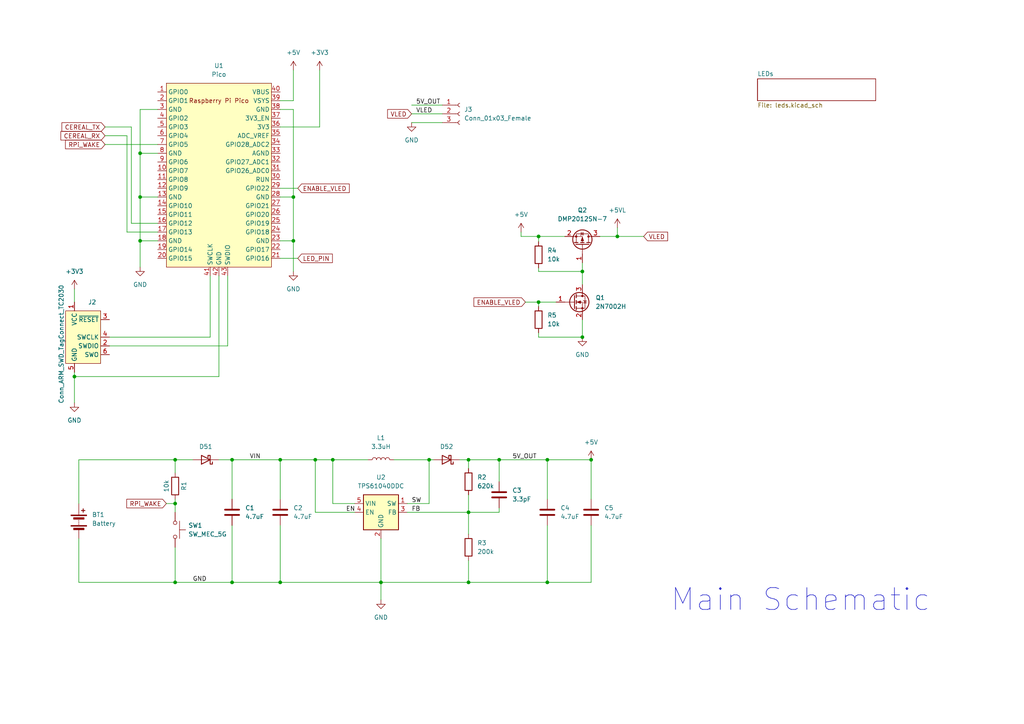
<source format=kicad_sch>
(kicad_sch (version 20230121) (generator eeschema)

  (uuid 0340a24f-5850-4fec-aca5-256cf4f57dad)

  (paper "A4")

  (lib_symbols
    (symbol "Connector:Conn_01x03_Female" (pin_names (offset 1.016) hide) (in_bom yes) (on_board yes)
      (property "Reference" "J" (at 0 5.08 0)
        (effects (font (size 1.27 1.27)))
      )
      (property "Value" "Conn_01x03_Female" (at 0 -5.08 0)
        (effects (font (size 1.27 1.27)))
      )
      (property "Footprint" "" (at 0 0 0)
        (effects (font (size 1.27 1.27)) hide)
      )
      (property "Datasheet" "~" (at 0 0 0)
        (effects (font (size 1.27 1.27)) hide)
      )
      (property "ki_keywords" "connector" (at 0 0 0)
        (effects (font (size 1.27 1.27)) hide)
      )
      (property "ki_description" "Generic connector, single row, 01x03, script generated (kicad-library-utils/schlib/autogen/connector/)" (at 0 0 0)
        (effects (font (size 1.27 1.27)) hide)
      )
      (property "ki_fp_filters" "Connector*:*_1x??_*" (at 0 0 0)
        (effects (font (size 1.27 1.27)) hide)
      )
      (symbol "Conn_01x03_Female_1_1"
        (arc (start 0 -2.032) (mid -0.5058 -2.54) (end 0 -3.048)
          (stroke (width 0.1524) (type default))
          (fill (type none))
        )
        (polyline
          (pts
            (xy -1.27 -2.54)
            (xy -0.508 -2.54)
          )
          (stroke (width 0.1524) (type default))
          (fill (type none))
        )
        (polyline
          (pts
            (xy -1.27 0)
            (xy -0.508 0)
          )
          (stroke (width 0.1524) (type default))
          (fill (type none))
        )
        (polyline
          (pts
            (xy -1.27 2.54)
            (xy -0.508 2.54)
          )
          (stroke (width 0.1524) (type default))
          (fill (type none))
        )
        (arc (start 0 0.508) (mid -0.5058 0) (end 0 -0.508)
          (stroke (width 0.1524) (type default))
          (fill (type none))
        )
        (arc (start 0 3.048) (mid -0.5058 2.54) (end 0 2.032)
          (stroke (width 0.1524) (type default))
          (fill (type none))
        )
        (pin passive line (at -5.08 2.54 0) (length 3.81)
          (name "Pin_1" (effects (font (size 1.27 1.27))))
          (number "1" (effects (font (size 1.27 1.27))))
        )
        (pin passive line (at -5.08 0 0) (length 3.81)
          (name "Pin_2" (effects (font (size 1.27 1.27))))
          (number "2" (effects (font (size 1.27 1.27))))
        )
        (pin passive line (at -5.08 -2.54 0) (length 3.81)
          (name "Pin_3" (effects (font (size 1.27 1.27))))
          (number "3" (effects (font (size 1.27 1.27))))
        )
      )
    )
    (symbol "Connector:Conn_ARM_SWD_TagConnect_TC2030" (in_bom no) (on_board yes)
      (property "Reference" "J" (at 2.54 11.43 0)
        (effects (font (size 1.27 1.27)))
      )
      (property "Value" "Conn_ARM_SWD_TagConnect_TC2030" (at 5.08 8.89 0)
        (effects (font (size 1.27 1.27)))
      )
      (property "Footprint" "Connector:Tag-Connect_TC2030-IDC-FP_2x03_P1.27mm_Vertical" (at 0 -17.78 0)
        (effects (font (size 1.27 1.27)) hide)
      )
      (property "Datasheet" "https://www.tag-connect.com/wp-content/uploads/bsk-pdf-manager/TC2030-CTX_1.pdf" (at 0 -15.24 0)
        (effects (font (size 1.27 1.27)) hide)
      )
      (property "ki_keywords" "Cortex Debug Connector ARM SWD JTAG" (at 0 0 0)
        (effects (font (size 1.27 1.27)) hide)
      )
      (property "ki_description" "Tag-Connect ARM Cortex SWD JTAG connector, 6 pin" (at 0 0 0)
        (effects (font (size 1.27 1.27)) hide)
      )
      (property "ki_fp_filters" "*TC2030*" (at 0 0 0)
        (effects (font (size 1.27 1.27)) hide)
      )
      (symbol "Conn_ARM_SWD_TagConnect_TC2030_0_0"
        (pin power_in line (at -2.54 10.16 270) (length 2.54)
          (name "VCC" (effects (font (size 1.27 1.27))))
          (number "1" (effects (font (size 1.27 1.27))))
        )
        (pin bidirectional line (at 7.62 -2.54 180) (length 2.54)
          (name "SWDIO" (effects (font (size 1.27 1.27))))
          (number "2" (effects (font (size 1.27 1.27))))
          (alternate "TMS" bidirectional line)
        )
        (pin open_collector line (at 7.62 5.08 180) (length 2.54)
          (name "~{RESET}" (effects (font (size 1.27 1.27))))
          (number "3" (effects (font (size 1.27 1.27))))
        )
        (pin output line (at 7.62 0 180) (length 2.54)
          (name "SWCLK" (effects (font (size 1.27 1.27))))
          (number "4" (effects (font (size 1.27 1.27))))
          (alternate "TCK" output line)
        )
        (pin power_in line (at -2.54 -10.16 90) (length 2.54)
          (name "GND" (effects (font (size 1.27 1.27))))
          (number "5" (effects (font (size 1.27 1.27))))
        )
        (pin input line (at 7.62 -5.08 180) (length 2.54)
          (name "SWO" (effects (font (size 1.27 1.27))))
          (number "6" (effects (font (size 1.27 1.27))))
          (alternate "TDO" input line)
        )
      )
      (symbol "Conn_ARM_SWD_TagConnect_TC2030_0_1"
        (rectangle (start -5.08 7.62) (end 5.08 -7.62)
          (stroke (width 0) (type default))
          (fill (type background))
        )
      )
    )
    (symbol "Device:Battery" (pin_numbers hide) (pin_names (offset 0) hide) (in_bom yes) (on_board yes)
      (property "Reference" "BT" (at 2.54 2.54 0)
        (effects (font (size 1.27 1.27)) (justify left))
      )
      (property "Value" "Battery" (at 2.54 0 0)
        (effects (font (size 1.27 1.27)) (justify left))
      )
      (property "Footprint" "" (at 0 1.524 90)
        (effects (font (size 1.27 1.27)) hide)
      )
      (property "Datasheet" "~" (at 0 1.524 90)
        (effects (font (size 1.27 1.27)) hide)
      )
      (property "ki_keywords" "batt voltage-source cell" (at 0 0 0)
        (effects (font (size 1.27 1.27)) hide)
      )
      (property "ki_description" "Multiple-cell battery" (at 0 0 0)
        (effects (font (size 1.27 1.27)) hide)
      )
      (symbol "Battery_0_1"
        (rectangle (start -2.286 -1.27) (end 2.286 -1.524)
          (stroke (width 0) (type default))
          (fill (type outline))
        )
        (rectangle (start -2.286 1.778) (end 2.286 1.524)
          (stroke (width 0) (type default))
          (fill (type outline))
        )
        (rectangle (start -1.524 -2.032) (end 1.524 -2.54)
          (stroke (width 0) (type default))
          (fill (type outline))
        )
        (rectangle (start -1.524 1.016) (end 1.524 0.508)
          (stroke (width 0) (type default))
          (fill (type outline))
        )
        (polyline
          (pts
            (xy 0 -1.016)
            (xy 0 -0.762)
          )
          (stroke (width 0) (type default))
          (fill (type none))
        )
        (polyline
          (pts
            (xy 0 -0.508)
            (xy 0 -0.254)
          )
          (stroke (width 0) (type default))
          (fill (type none))
        )
        (polyline
          (pts
            (xy 0 0)
            (xy 0 0.254)
          )
          (stroke (width 0) (type default))
          (fill (type none))
        )
        (polyline
          (pts
            (xy 0 1.778)
            (xy 0 2.54)
          )
          (stroke (width 0) (type default))
          (fill (type none))
        )
        (polyline
          (pts
            (xy 0.762 3.048)
            (xy 1.778 3.048)
          )
          (stroke (width 0.254) (type default))
          (fill (type none))
        )
        (polyline
          (pts
            (xy 1.27 3.556)
            (xy 1.27 2.54)
          )
          (stroke (width 0.254) (type default))
          (fill (type none))
        )
      )
      (symbol "Battery_1_1"
        (pin passive line (at 0 5.08 270) (length 2.54)
          (name "+" (effects (font (size 1.27 1.27))))
          (number "1" (effects (font (size 1.27 1.27))))
        )
        (pin passive line (at 0 -5.08 90) (length 2.54)
          (name "-" (effects (font (size 1.27 1.27))))
          (number "2" (effects (font (size 1.27 1.27))))
        )
      )
    )
    (symbol "Device:C" (pin_numbers hide) (pin_names (offset 0.254)) (in_bom yes) (on_board yes)
      (property "Reference" "C" (at 0.635 2.54 0)
        (effects (font (size 1.27 1.27)) (justify left))
      )
      (property "Value" "C" (at 0.635 -2.54 0)
        (effects (font (size 1.27 1.27)) (justify left))
      )
      (property "Footprint" "" (at 0.9652 -3.81 0)
        (effects (font (size 1.27 1.27)) hide)
      )
      (property "Datasheet" "~" (at 0 0 0)
        (effects (font (size 1.27 1.27)) hide)
      )
      (property "ki_keywords" "cap capacitor" (at 0 0 0)
        (effects (font (size 1.27 1.27)) hide)
      )
      (property "ki_description" "Unpolarized capacitor" (at 0 0 0)
        (effects (font (size 1.27 1.27)) hide)
      )
      (property "ki_fp_filters" "C_*" (at 0 0 0)
        (effects (font (size 1.27 1.27)) hide)
      )
      (symbol "C_0_1"
        (polyline
          (pts
            (xy -2.032 -0.762)
            (xy 2.032 -0.762)
          )
          (stroke (width 0.508) (type default))
          (fill (type none))
        )
        (polyline
          (pts
            (xy -2.032 0.762)
            (xy 2.032 0.762)
          )
          (stroke (width 0.508) (type default))
          (fill (type none))
        )
      )
      (symbol "C_1_1"
        (pin passive line (at 0 3.81 270) (length 2.794)
          (name "~" (effects (font (size 1.27 1.27))))
          (number "1" (effects (font (size 1.27 1.27))))
        )
        (pin passive line (at 0 -3.81 90) (length 2.794)
          (name "~" (effects (font (size 1.27 1.27))))
          (number "2" (effects (font (size 1.27 1.27))))
        )
      )
    )
    (symbol "Device:D_Schottky" (pin_numbers hide) (pin_names (offset 1.016) hide) (in_bom yes) (on_board yes)
      (property "Reference" "D" (at 0 2.54 0)
        (effects (font (size 1.27 1.27)))
      )
      (property "Value" "D_Schottky" (at 0 -2.54 0)
        (effects (font (size 1.27 1.27)))
      )
      (property "Footprint" "" (at 0 0 0)
        (effects (font (size 1.27 1.27)) hide)
      )
      (property "Datasheet" "~" (at 0 0 0)
        (effects (font (size 1.27 1.27)) hide)
      )
      (property "ki_keywords" "diode Schottky" (at 0 0 0)
        (effects (font (size 1.27 1.27)) hide)
      )
      (property "ki_description" "Schottky diode" (at 0 0 0)
        (effects (font (size 1.27 1.27)) hide)
      )
      (property "ki_fp_filters" "TO-???* *_Diode_* *SingleDiode* D_*" (at 0 0 0)
        (effects (font (size 1.27 1.27)) hide)
      )
      (symbol "D_Schottky_0_1"
        (polyline
          (pts
            (xy 1.27 0)
            (xy -1.27 0)
          )
          (stroke (width 0) (type default))
          (fill (type none))
        )
        (polyline
          (pts
            (xy 1.27 1.27)
            (xy 1.27 -1.27)
            (xy -1.27 0)
            (xy 1.27 1.27)
          )
          (stroke (width 0.254) (type default))
          (fill (type none))
        )
        (polyline
          (pts
            (xy -1.905 0.635)
            (xy -1.905 1.27)
            (xy -1.27 1.27)
            (xy -1.27 -1.27)
            (xy -0.635 -1.27)
            (xy -0.635 -0.635)
          )
          (stroke (width 0.254) (type default))
          (fill (type none))
        )
      )
      (symbol "D_Schottky_1_1"
        (pin passive line (at -3.81 0 0) (length 2.54)
          (name "K" (effects (font (size 1.27 1.27))))
          (number "1" (effects (font (size 1.27 1.27))))
        )
        (pin passive line (at 3.81 0 180) (length 2.54)
          (name "A" (effects (font (size 1.27 1.27))))
          (number "2" (effects (font (size 1.27 1.27))))
        )
      )
    )
    (symbol "Device:L" (pin_numbers hide) (pin_names (offset 1.016) hide) (in_bom yes) (on_board yes)
      (property "Reference" "L" (at -1.27 0 90)
        (effects (font (size 1.27 1.27)))
      )
      (property "Value" "L" (at 1.905 0 90)
        (effects (font (size 1.27 1.27)))
      )
      (property "Footprint" "" (at 0 0 0)
        (effects (font (size 1.27 1.27)) hide)
      )
      (property "Datasheet" "~" (at 0 0 0)
        (effects (font (size 1.27 1.27)) hide)
      )
      (property "ki_keywords" "inductor choke coil reactor magnetic" (at 0 0 0)
        (effects (font (size 1.27 1.27)) hide)
      )
      (property "ki_description" "Inductor" (at 0 0 0)
        (effects (font (size 1.27 1.27)) hide)
      )
      (property "ki_fp_filters" "Choke_* *Coil* Inductor_* L_*" (at 0 0 0)
        (effects (font (size 1.27 1.27)) hide)
      )
      (symbol "L_0_1"
        (arc (start 0 -2.54) (mid 0.6323 -1.905) (end 0 -1.27)
          (stroke (width 0) (type default))
          (fill (type none))
        )
        (arc (start 0 -1.27) (mid 0.6323 -0.635) (end 0 0)
          (stroke (width 0) (type default))
          (fill (type none))
        )
        (arc (start 0 0) (mid 0.6323 0.635) (end 0 1.27)
          (stroke (width 0) (type default))
          (fill (type none))
        )
        (arc (start 0 1.27) (mid 0.6323 1.905) (end 0 2.54)
          (stroke (width 0) (type default))
          (fill (type none))
        )
      )
      (symbol "L_1_1"
        (pin passive line (at 0 3.81 270) (length 1.27)
          (name "1" (effects (font (size 1.27 1.27))))
          (number "1" (effects (font (size 1.27 1.27))))
        )
        (pin passive line (at 0 -3.81 90) (length 1.27)
          (name "2" (effects (font (size 1.27 1.27))))
          (number "2" (effects (font (size 1.27 1.27))))
        )
      )
    )
    (symbol "Device:R" (pin_numbers hide) (pin_names (offset 0)) (in_bom yes) (on_board yes)
      (property "Reference" "R" (at 2.032 0 90)
        (effects (font (size 1.27 1.27)))
      )
      (property "Value" "R" (at 0 0 90)
        (effects (font (size 1.27 1.27)))
      )
      (property "Footprint" "" (at -1.778 0 90)
        (effects (font (size 1.27 1.27)) hide)
      )
      (property "Datasheet" "~" (at 0 0 0)
        (effects (font (size 1.27 1.27)) hide)
      )
      (property "ki_keywords" "R res resistor" (at 0 0 0)
        (effects (font (size 1.27 1.27)) hide)
      )
      (property "ki_description" "Resistor" (at 0 0 0)
        (effects (font (size 1.27 1.27)) hide)
      )
      (property "ki_fp_filters" "R_*" (at 0 0 0)
        (effects (font (size 1.27 1.27)) hide)
      )
      (symbol "R_0_1"
        (rectangle (start -1.016 -2.54) (end 1.016 2.54)
          (stroke (width 0.254) (type default))
          (fill (type none))
        )
      )
      (symbol "R_1_1"
        (pin passive line (at 0 3.81 270) (length 1.27)
          (name "~" (effects (font (size 1.27 1.27))))
          (number "1" (effects (font (size 1.27 1.27))))
        )
        (pin passive line (at 0 -3.81 90) (length 1.27)
          (name "~" (effects (font (size 1.27 1.27))))
          (number "2" (effects (font (size 1.27 1.27))))
        )
      )
    )
    (symbol "MCU_RaspberryPi_and_Boards:Pico" (in_bom yes) (on_board yes)
      (property "Reference" "U" (at -13.97 27.94 0)
        (effects (font (size 1.27 1.27)))
      )
      (property "Value" "Pico" (at 0 19.05 0)
        (effects (font (size 1.27 1.27)))
      )
      (property "Footprint" "RPi_Pico:RPi_Pico_SMD_TH" (at 0 0 90)
        (effects (font (size 1.27 1.27)) hide)
      )
      (property "Datasheet" "" (at 0 0 0)
        (effects (font (size 1.27 1.27)) hide)
      )
      (symbol "Pico_0_0"
        (text "Raspberry Pi Pico" (at 0 21.59 0)
          (effects (font (size 1.27 1.27)))
        )
      )
      (symbol "Pico_0_1"
        (rectangle (start -15.24 26.67) (end 15.24 -26.67)
          (stroke (width 0) (type default))
          (fill (type background))
        )
      )
      (symbol "Pico_1_1"
        (pin bidirectional line (at -17.78 24.13 0) (length 2.54)
          (name "GPIO0" (effects (font (size 1.27 1.27))))
          (number "1" (effects (font (size 1.27 1.27))))
        )
        (pin bidirectional line (at -17.78 1.27 0) (length 2.54)
          (name "GPIO7" (effects (font (size 1.27 1.27))))
          (number "10" (effects (font (size 1.27 1.27))))
        )
        (pin bidirectional line (at -17.78 -1.27 0) (length 2.54)
          (name "GPIO8" (effects (font (size 1.27 1.27))))
          (number "11" (effects (font (size 1.27 1.27))))
        )
        (pin bidirectional line (at -17.78 -3.81 0) (length 2.54)
          (name "GPIO9" (effects (font (size 1.27 1.27))))
          (number "12" (effects (font (size 1.27 1.27))))
        )
        (pin power_in line (at -17.78 -6.35 0) (length 2.54)
          (name "GND" (effects (font (size 1.27 1.27))))
          (number "13" (effects (font (size 1.27 1.27))))
        )
        (pin bidirectional line (at -17.78 -8.89 0) (length 2.54)
          (name "GPIO10" (effects (font (size 1.27 1.27))))
          (number "14" (effects (font (size 1.27 1.27))))
        )
        (pin bidirectional line (at -17.78 -11.43 0) (length 2.54)
          (name "GPIO11" (effects (font (size 1.27 1.27))))
          (number "15" (effects (font (size 1.27 1.27))))
        )
        (pin bidirectional line (at -17.78 -13.97 0) (length 2.54)
          (name "GPIO12" (effects (font (size 1.27 1.27))))
          (number "16" (effects (font (size 1.27 1.27))))
        )
        (pin bidirectional line (at -17.78 -16.51 0) (length 2.54)
          (name "GPIO13" (effects (font (size 1.27 1.27))))
          (number "17" (effects (font (size 1.27 1.27))))
        )
        (pin power_in line (at -17.78 -19.05 0) (length 2.54)
          (name "GND" (effects (font (size 1.27 1.27))))
          (number "18" (effects (font (size 1.27 1.27))))
        )
        (pin bidirectional line (at -17.78 -21.59 0) (length 2.54)
          (name "GPIO14" (effects (font (size 1.27 1.27))))
          (number "19" (effects (font (size 1.27 1.27))))
        )
        (pin bidirectional line (at -17.78 21.59 0) (length 2.54)
          (name "GPIO1" (effects (font (size 1.27 1.27))))
          (number "2" (effects (font (size 1.27 1.27))))
        )
        (pin bidirectional line (at -17.78 -24.13 0) (length 2.54)
          (name "GPIO15" (effects (font (size 1.27 1.27))))
          (number "20" (effects (font (size 1.27 1.27))))
        )
        (pin bidirectional line (at 17.78 -24.13 180) (length 2.54)
          (name "GPIO16" (effects (font (size 1.27 1.27))))
          (number "21" (effects (font (size 1.27 1.27))))
        )
        (pin bidirectional line (at 17.78 -21.59 180) (length 2.54)
          (name "GPIO17" (effects (font (size 1.27 1.27))))
          (number "22" (effects (font (size 1.27 1.27))))
        )
        (pin power_in line (at 17.78 -19.05 180) (length 2.54)
          (name "GND" (effects (font (size 1.27 1.27))))
          (number "23" (effects (font (size 1.27 1.27))))
        )
        (pin bidirectional line (at 17.78 -16.51 180) (length 2.54)
          (name "GPIO18" (effects (font (size 1.27 1.27))))
          (number "24" (effects (font (size 1.27 1.27))))
        )
        (pin bidirectional line (at 17.78 -13.97 180) (length 2.54)
          (name "GPIO19" (effects (font (size 1.27 1.27))))
          (number "25" (effects (font (size 1.27 1.27))))
        )
        (pin bidirectional line (at 17.78 -11.43 180) (length 2.54)
          (name "GPIO20" (effects (font (size 1.27 1.27))))
          (number "26" (effects (font (size 1.27 1.27))))
        )
        (pin bidirectional line (at 17.78 -8.89 180) (length 2.54)
          (name "GPIO21" (effects (font (size 1.27 1.27))))
          (number "27" (effects (font (size 1.27 1.27))))
        )
        (pin power_in line (at 17.78 -6.35 180) (length 2.54)
          (name "GND" (effects (font (size 1.27 1.27))))
          (number "28" (effects (font (size 1.27 1.27))))
        )
        (pin bidirectional line (at 17.78 -3.81 180) (length 2.54)
          (name "GPIO22" (effects (font (size 1.27 1.27))))
          (number "29" (effects (font (size 1.27 1.27))))
        )
        (pin power_in line (at -17.78 19.05 0) (length 2.54)
          (name "GND" (effects (font (size 1.27 1.27))))
          (number "3" (effects (font (size 1.27 1.27))))
        )
        (pin input line (at 17.78 -1.27 180) (length 2.54)
          (name "RUN" (effects (font (size 1.27 1.27))))
          (number "30" (effects (font (size 1.27 1.27))))
        )
        (pin bidirectional line (at 17.78 1.27 180) (length 2.54)
          (name "GPIO26_ADC0" (effects (font (size 1.27 1.27))))
          (number "31" (effects (font (size 1.27 1.27))))
        )
        (pin bidirectional line (at 17.78 3.81 180) (length 2.54)
          (name "GPIO27_ADC1" (effects (font (size 1.27 1.27))))
          (number "32" (effects (font (size 1.27 1.27))))
        )
        (pin power_in line (at 17.78 6.35 180) (length 2.54)
          (name "AGND" (effects (font (size 1.27 1.27))))
          (number "33" (effects (font (size 1.27 1.27))))
        )
        (pin bidirectional line (at 17.78 8.89 180) (length 2.54)
          (name "GPIO28_ADC2" (effects (font (size 1.27 1.27))))
          (number "34" (effects (font (size 1.27 1.27))))
        )
        (pin power_in line (at 17.78 11.43 180) (length 2.54)
          (name "ADC_VREF" (effects (font (size 1.27 1.27))))
          (number "35" (effects (font (size 1.27 1.27))))
        )
        (pin power_in line (at 17.78 13.97 180) (length 2.54)
          (name "3V3" (effects (font (size 1.27 1.27))))
          (number "36" (effects (font (size 1.27 1.27))))
        )
        (pin input line (at 17.78 16.51 180) (length 2.54)
          (name "3V3_EN" (effects (font (size 1.27 1.27))))
          (number "37" (effects (font (size 1.27 1.27))))
        )
        (pin bidirectional line (at 17.78 19.05 180) (length 2.54)
          (name "GND" (effects (font (size 1.27 1.27))))
          (number "38" (effects (font (size 1.27 1.27))))
        )
        (pin power_in line (at 17.78 21.59 180) (length 2.54)
          (name "VSYS" (effects (font (size 1.27 1.27))))
          (number "39" (effects (font (size 1.27 1.27))))
        )
        (pin bidirectional line (at -17.78 16.51 0) (length 2.54)
          (name "GPIO2" (effects (font (size 1.27 1.27))))
          (number "4" (effects (font (size 1.27 1.27))))
        )
        (pin power_in line (at 17.78 24.13 180) (length 2.54)
          (name "VBUS" (effects (font (size 1.27 1.27))))
          (number "40" (effects (font (size 1.27 1.27))))
        )
        (pin input line (at -2.54 -29.21 90) (length 2.54)
          (name "SWCLK" (effects (font (size 1.27 1.27))))
          (number "41" (effects (font (size 1.27 1.27))))
        )
        (pin power_in line (at 0 -29.21 90) (length 2.54)
          (name "GND" (effects (font (size 1.27 1.27))))
          (number "42" (effects (font (size 1.27 1.27))))
        )
        (pin bidirectional line (at 2.54 -29.21 90) (length 2.54)
          (name "SWDIO" (effects (font (size 1.27 1.27))))
          (number "43" (effects (font (size 1.27 1.27))))
        )
        (pin bidirectional line (at -17.78 13.97 0) (length 2.54)
          (name "GPIO3" (effects (font (size 1.27 1.27))))
          (number "5" (effects (font (size 1.27 1.27))))
        )
        (pin bidirectional line (at -17.78 11.43 0) (length 2.54)
          (name "GPIO4" (effects (font (size 1.27 1.27))))
          (number "6" (effects (font (size 1.27 1.27))))
        )
        (pin bidirectional line (at -17.78 8.89 0) (length 2.54)
          (name "GPIO5" (effects (font (size 1.27 1.27))))
          (number "7" (effects (font (size 1.27 1.27))))
        )
        (pin power_in line (at -17.78 6.35 0) (length 2.54)
          (name "GND" (effects (font (size 1.27 1.27))))
          (number "8" (effects (font (size 1.27 1.27))))
        )
        (pin bidirectional line (at -17.78 3.81 0) (length 2.54)
          (name "GPIO6" (effects (font (size 1.27 1.27))))
          (number "9" (effects (font (size 1.27 1.27))))
        )
      )
    )
    (symbol "Regulator_Switching:TPS61040DDC" (in_bom yes) (on_board yes)
      (property "Reference" "U" (at -5.08 6.35 0)
        (effects (font (size 1.27 1.27)) (justify left))
      )
      (property "Value" "TPS61040DDC" (at 0 6.35 0)
        (effects (font (size 1.27 1.27)) (justify left))
      )
      (property "Footprint" "Package_TO_SOT_SMD:SOT-23-5" (at 2.54 -6.35 0)
        (effects (font (size 1.27 1.27) italic) (justify left) hide)
      )
      (property "Datasheet" "https://www.ti.com/lit/ds/symlink/tps61040.pdf" (at -5.08 7.62 0)
        (effects (font (size 1.27 1.27)) hide)
      )
      (property "ki_keywords" "Step-Up Boost DC-DC Regulator Adjustable" (at 0 0 0)
        (effects (font (size 1.27 1.27)) hide)
      )
      (property "ki_description" "Synchronous Boost Regulator, Adjustable Output up to 28V, 400 mA Switch Current Limit, SOT-23-5" (at 0 0 0)
        (effects (font (size 1.27 1.27)) hide)
      )
      (property "ki_fp_filters" "SOT?23*" (at 0 0 0)
        (effects (font (size 1.27 1.27)) hide)
      )
      (symbol "TPS61040DDC_0_1"
        (rectangle (start -5.08 5.08) (end 5.08 -5.08)
          (stroke (width 0.254) (type default))
          (fill (type background))
        )
      )
      (symbol "TPS61040DDC_1_1"
        (pin power_out line (at 7.62 2.54 180) (length 2.54)
          (name "SW" (effects (font (size 1.27 1.27))))
          (number "1" (effects (font (size 1.27 1.27))))
        )
        (pin power_in line (at 0 -7.62 90) (length 2.54)
          (name "GND" (effects (font (size 1.27 1.27))))
          (number "2" (effects (font (size 1.27 1.27))))
        )
        (pin input line (at 7.62 0 180) (length 2.54)
          (name "FB" (effects (font (size 1.27 1.27))))
          (number "3" (effects (font (size 1.27 1.27))))
        )
        (pin input line (at -7.62 0 0) (length 2.54)
          (name "EN" (effects (font (size 1.27 1.27))))
          (number "4" (effects (font (size 1.27 1.27))))
        )
        (pin power_in line (at -7.62 2.54 0) (length 2.54)
          (name "VIN" (effects (font (size 1.27 1.27))))
          (number "5" (effects (font (size 1.27 1.27))))
        )
      )
    )
    (symbol "Switch:SW_MEC_5G" (pin_numbers hide) (pin_names (offset 1.016) hide) (in_bom yes) (on_board yes)
      (property "Reference" "SW1" (at -1.2701 3.81 90)
        (effects (font (size 1.27 1.27)) (justify left))
      )
      (property "Value" "SW_MEC_5G" (at 1.2699 3.81 90)
        (effects (font (size 1.27 1.27)) (justify left))
      )
      (property "Footprint" "Button_Switch_SMD:SW_SPST_EVPBF" (at 0 5.08 0)
        (effects (font (size 1.27 1.27)) hide)
      )
      (property "Datasheet" "https://www.mouser.com/ProductDetail/Panasonic/EVP-BT1C4A000?qs=CiayqK2gdcJGxW8PLq1ZDQ%3D%3D " (at 0 5.08 0)
        (effects (font (size 1.27 1.27)) hide)
      )
      (property "ki_keywords" "switch normally-open pushbutton push-button" (at 0 0 0)
        (effects (font (size 1.27 1.27)) hide)
      )
      (property "ki_description" "MEC 5G single pole normally-open tactile switch" (at 0 0 0)
        (effects (font (size 1.27 1.27)) hide)
      )
      (property "ki_fp_filters" "SW*MEC*5G*" (at 0 0 0)
        (effects (font (size 1.27 1.27)) hide)
      )
      (symbol "SW_MEC_5G_0_1"
        (circle (center -2.032 0) (radius 0.508)
          (stroke (width 0) (type default))
          (fill (type none))
        )
        (polyline
          (pts
            (xy 0 1.27)
            (xy 0 3.048)
          )
          (stroke (width 0) (type default))
          (fill (type none))
        )
        (polyline
          (pts
            (xy 2.54 1.27)
            (xy -2.54 1.27)
          )
          (stroke (width 0) (type default))
          (fill (type none))
        )
        (circle (center 2.032 0) (radius 0.508)
          (stroke (width 0) (type default))
          (fill (type none))
        )
      )
      (symbol "SW_MEC_5G_1_1"
        (pin passive line (at -5.08 0 0) (length 2.54)
          (name "A" (effects (font (size 1.27 1.27))))
          (number "1" (effects (font (size 1.27 1.27))))
        )
        (pin passive line (at -5.08 0 0) (length 2.54) hide
          (name "A" (effects (font (size 1.27 1.27))))
          (number "2" (effects (font (size 1.27 1.27))))
        )
        (pin passive line (at 5.08 0 180) (length 2.54)
          (name "B" (effects (font (size 1.27 1.27))))
          (number "2" (effects (font (size 1.27 1.27))))
        )
        (pin passive line (at 5.08 0 180) (length 2.54) hide
          (name "B" (effects (font (size 1.27 1.27))))
          (number "4" (effects (font (size 1.27 1.27))))
        )
      )
    )
    (symbol "Transistor_FET:2N7002H" (pin_names hide) (in_bom yes) (on_board yes)
      (property "Reference" "Q" (at 5.08 1.905 0)
        (effects (font (size 1.27 1.27)) (justify left))
      )
      (property "Value" "2N7002H" (at 5.08 0 0)
        (effects (font (size 1.27 1.27)) (justify left))
      )
      (property "Footprint" "Package_TO_SOT_SMD:SOT-23" (at 5.08 -1.905 0)
        (effects (font (size 1.27 1.27) italic) (justify left) hide)
      )
      (property "Datasheet" "http://www.diodes.com/assets/Datasheets/2N7002H.pdf" (at 0 0 0)
        (effects (font (size 1.27 1.27)) (justify left) hide)
      )
      (property "ki_keywords" "N-Channel MOSFET" (at 0 0 0)
        (effects (font (size 1.27 1.27)) hide)
      )
      (property "ki_description" "0.21A Id, 60V Vds, N-Channel MOSFET, SOT-23" (at 0 0 0)
        (effects (font (size 1.27 1.27)) hide)
      )
      (property "ki_fp_filters" "SOT?23*" (at 0 0 0)
        (effects (font (size 1.27 1.27)) hide)
      )
      (symbol "2N7002H_0_1"
        (polyline
          (pts
            (xy 0.254 0)
            (xy -2.54 0)
          )
          (stroke (width 0) (type default))
          (fill (type none))
        )
        (polyline
          (pts
            (xy 0.254 1.905)
            (xy 0.254 -1.905)
          )
          (stroke (width 0.254) (type default))
          (fill (type none))
        )
        (polyline
          (pts
            (xy 0.762 -1.27)
            (xy 0.762 -2.286)
          )
          (stroke (width 0.254) (type default))
          (fill (type none))
        )
        (polyline
          (pts
            (xy 0.762 0.508)
            (xy 0.762 -0.508)
          )
          (stroke (width 0.254) (type default))
          (fill (type none))
        )
        (polyline
          (pts
            (xy 0.762 2.286)
            (xy 0.762 1.27)
          )
          (stroke (width 0.254) (type default))
          (fill (type none))
        )
        (polyline
          (pts
            (xy 2.54 2.54)
            (xy 2.54 1.778)
          )
          (stroke (width 0) (type default))
          (fill (type none))
        )
        (polyline
          (pts
            (xy 2.54 -2.54)
            (xy 2.54 0)
            (xy 0.762 0)
          )
          (stroke (width 0) (type default))
          (fill (type none))
        )
        (polyline
          (pts
            (xy 0.762 -1.778)
            (xy 3.302 -1.778)
            (xy 3.302 1.778)
            (xy 0.762 1.778)
          )
          (stroke (width 0) (type default))
          (fill (type none))
        )
        (polyline
          (pts
            (xy 1.016 0)
            (xy 2.032 0.381)
            (xy 2.032 -0.381)
            (xy 1.016 0)
          )
          (stroke (width 0) (type default))
          (fill (type outline))
        )
        (polyline
          (pts
            (xy 2.794 0.508)
            (xy 2.921 0.381)
            (xy 3.683 0.381)
            (xy 3.81 0.254)
          )
          (stroke (width 0) (type default))
          (fill (type none))
        )
        (polyline
          (pts
            (xy 3.302 0.381)
            (xy 2.921 -0.254)
            (xy 3.683 -0.254)
            (xy 3.302 0.381)
          )
          (stroke (width 0) (type default))
          (fill (type none))
        )
        (circle (center 1.651 0) (radius 2.794)
          (stroke (width 0.254) (type default))
          (fill (type none))
        )
        (circle (center 2.54 -1.778) (radius 0.254)
          (stroke (width 0) (type default))
          (fill (type outline))
        )
        (circle (center 2.54 1.778) (radius 0.254)
          (stroke (width 0) (type default))
          (fill (type outline))
        )
      )
      (symbol "2N7002H_1_1"
        (pin input line (at -5.08 0 0) (length 2.54)
          (name "G" (effects (font (size 1.27 1.27))))
          (number "1" (effects (font (size 1.27 1.27))))
        )
        (pin passive line (at 2.54 -5.08 90) (length 2.54)
          (name "S" (effects (font (size 1.27 1.27))))
          (number "2" (effects (font (size 1.27 1.27))))
        )
        (pin passive line (at 2.54 5.08 270) (length 2.54)
          (name "D" (effects (font (size 1.27 1.27))))
          (number "3" (effects (font (size 1.27 1.27))))
        )
      )
    )
    (symbol "Transistor_FET:BSS84" (pin_names hide) (in_bom yes) (on_board yes)
      (property "Reference" "Q" (at 5.08 1.905 0)
        (effects (font (size 1.27 1.27)) (justify left))
      )
      (property "Value" "BSS84" (at 5.08 0 0)
        (effects (font (size 1.27 1.27)) (justify left))
      )
      (property "Footprint" "Package_TO_SOT_SMD:SOT-23" (at 5.08 -1.905 0)
        (effects (font (size 1.27 1.27) italic) (justify left) hide)
      )
      (property "Datasheet" "http://assets.nexperia.com/documents/data-sheet/BSS84.pdf" (at 0 0 0)
        (effects (font (size 1.27 1.27)) (justify left) hide)
      )
      (property "ki_keywords" "P-Channel MOSFET" (at 0 0 0)
        (effects (font (size 1.27 1.27)) hide)
      )
      (property "ki_description" "-0.13A Id, -50V Vds, P-Channel MOSFET, SOT-23" (at 0 0 0)
        (effects (font (size 1.27 1.27)) hide)
      )
      (property "ki_fp_filters" "SOT?23*" (at 0 0 0)
        (effects (font (size 1.27 1.27)) hide)
      )
      (symbol "BSS84_0_1"
        (polyline
          (pts
            (xy 0.254 0)
            (xy -2.54 0)
          )
          (stroke (width 0) (type default))
          (fill (type none))
        )
        (polyline
          (pts
            (xy 0.254 1.905)
            (xy 0.254 -1.905)
          )
          (stroke (width 0.254) (type default))
          (fill (type none))
        )
        (polyline
          (pts
            (xy 0.762 -1.27)
            (xy 0.762 -2.286)
          )
          (stroke (width 0.254) (type default))
          (fill (type none))
        )
        (polyline
          (pts
            (xy 0.762 0.508)
            (xy 0.762 -0.508)
          )
          (stroke (width 0.254) (type default))
          (fill (type none))
        )
        (polyline
          (pts
            (xy 0.762 2.286)
            (xy 0.762 1.27)
          )
          (stroke (width 0.254) (type default))
          (fill (type none))
        )
        (polyline
          (pts
            (xy 2.54 2.54)
            (xy 2.54 1.778)
          )
          (stroke (width 0) (type default))
          (fill (type none))
        )
        (polyline
          (pts
            (xy 2.54 -2.54)
            (xy 2.54 0)
            (xy 0.762 0)
          )
          (stroke (width 0) (type default))
          (fill (type none))
        )
        (polyline
          (pts
            (xy 0.762 1.778)
            (xy 3.302 1.778)
            (xy 3.302 -1.778)
            (xy 0.762 -1.778)
          )
          (stroke (width 0) (type default))
          (fill (type none))
        )
        (polyline
          (pts
            (xy 2.286 0)
            (xy 1.27 0.381)
            (xy 1.27 -0.381)
            (xy 2.286 0)
          )
          (stroke (width 0) (type default))
          (fill (type outline))
        )
        (polyline
          (pts
            (xy 2.794 -0.508)
            (xy 2.921 -0.381)
            (xy 3.683 -0.381)
            (xy 3.81 -0.254)
          )
          (stroke (width 0) (type default))
          (fill (type none))
        )
        (polyline
          (pts
            (xy 3.302 -0.381)
            (xy 2.921 0.254)
            (xy 3.683 0.254)
            (xy 3.302 -0.381)
          )
          (stroke (width 0) (type default))
          (fill (type none))
        )
        (circle (center 1.651 0) (radius 2.794)
          (stroke (width 0.254) (type default))
          (fill (type none))
        )
        (circle (center 2.54 -1.778) (radius 0.254)
          (stroke (width 0) (type default))
          (fill (type outline))
        )
        (circle (center 2.54 1.778) (radius 0.254)
          (stroke (width 0) (type default))
          (fill (type outline))
        )
      )
      (symbol "BSS84_1_1"
        (pin input line (at -5.08 0 0) (length 2.54)
          (name "G" (effects (font (size 1.27 1.27))))
          (number "1" (effects (font (size 1.27 1.27))))
        )
        (pin passive line (at 2.54 -5.08 90) (length 2.54)
          (name "S" (effects (font (size 1.27 1.27))))
          (number "2" (effects (font (size 1.27 1.27))))
        )
        (pin passive line (at 2.54 5.08 270) (length 2.54)
          (name "D" (effects (font (size 1.27 1.27))))
          (number "3" (effects (font (size 1.27 1.27))))
        )
      )
    )
    (symbol "power:+3V3" (power) (pin_names (offset 0)) (in_bom yes) (on_board yes)
      (property "Reference" "#PWR" (at 0 -3.81 0)
        (effects (font (size 1.27 1.27)) hide)
      )
      (property "Value" "+3V3" (at 0 3.556 0)
        (effects (font (size 1.27 1.27)))
      )
      (property "Footprint" "" (at 0 0 0)
        (effects (font (size 1.27 1.27)) hide)
      )
      (property "Datasheet" "" (at 0 0 0)
        (effects (font (size 1.27 1.27)) hide)
      )
      (property "ki_keywords" "global power" (at 0 0 0)
        (effects (font (size 1.27 1.27)) hide)
      )
      (property "ki_description" "Power symbol creates a global label with name \"+3V3\"" (at 0 0 0)
        (effects (font (size 1.27 1.27)) hide)
      )
      (symbol "+3V3_0_1"
        (polyline
          (pts
            (xy -0.762 1.27)
            (xy 0 2.54)
          )
          (stroke (width 0) (type default))
          (fill (type none))
        )
        (polyline
          (pts
            (xy 0 0)
            (xy 0 2.54)
          )
          (stroke (width 0) (type default))
          (fill (type none))
        )
        (polyline
          (pts
            (xy 0 2.54)
            (xy 0.762 1.27)
          )
          (stroke (width 0) (type default))
          (fill (type none))
        )
      )
      (symbol "+3V3_1_1"
        (pin power_in line (at 0 0 90) (length 0) hide
          (name "+3V3" (effects (font (size 1.27 1.27))))
          (number "1" (effects (font (size 1.27 1.27))))
        )
      )
    )
    (symbol "power:+5V" (power) (pin_names (offset 0)) (in_bom yes) (on_board yes)
      (property "Reference" "#PWR" (at 0 -3.81 0)
        (effects (font (size 1.27 1.27)) hide)
      )
      (property "Value" "+5V" (at 0 3.556 0)
        (effects (font (size 1.27 1.27)))
      )
      (property "Footprint" "" (at 0 0 0)
        (effects (font (size 1.27 1.27)) hide)
      )
      (property "Datasheet" "" (at 0 0 0)
        (effects (font (size 1.27 1.27)) hide)
      )
      (property "ki_keywords" "global power" (at 0 0 0)
        (effects (font (size 1.27 1.27)) hide)
      )
      (property "ki_description" "Power symbol creates a global label with name \"+5V\"" (at 0 0 0)
        (effects (font (size 1.27 1.27)) hide)
      )
      (symbol "+5V_0_1"
        (polyline
          (pts
            (xy -0.762 1.27)
            (xy 0 2.54)
          )
          (stroke (width 0) (type default))
          (fill (type none))
        )
        (polyline
          (pts
            (xy 0 0)
            (xy 0 2.54)
          )
          (stroke (width 0) (type default))
          (fill (type none))
        )
        (polyline
          (pts
            (xy 0 2.54)
            (xy 0.762 1.27)
          )
          (stroke (width 0) (type default))
          (fill (type none))
        )
      )
      (symbol "+5V_1_1"
        (pin power_in line (at 0 0 90) (length 0) hide
          (name "+5V" (effects (font (size 1.27 1.27))))
          (number "1" (effects (font (size 1.27 1.27))))
        )
      )
    )
    (symbol "power:+5VL" (power) (pin_names (offset 0)) (in_bom yes) (on_board yes)
      (property "Reference" "#PWR" (at 0 -3.81 0)
        (effects (font (size 1.27 1.27)) hide)
      )
      (property "Value" "+5VL" (at 0 3.556 0)
        (effects (font (size 1.27 1.27)))
      )
      (property "Footprint" "" (at 0 0 0)
        (effects (font (size 1.27 1.27)) hide)
      )
      (property "Datasheet" "" (at 0 0 0)
        (effects (font (size 1.27 1.27)) hide)
      )
      (property "ki_keywords" "global power" (at 0 0 0)
        (effects (font (size 1.27 1.27)) hide)
      )
      (property "ki_description" "Power symbol creates a global label with name \"+5VL\"" (at 0 0 0)
        (effects (font (size 1.27 1.27)) hide)
      )
      (symbol "+5VL_0_1"
        (polyline
          (pts
            (xy -0.762 1.27)
            (xy 0 2.54)
          )
          (stroke (width 0) (type default))
          (fill (type none))
        )
        (polyline
          (pts
            (xy 0 0)
            (xy 0 2.54)
          )
          (stroke (width 0) (type default))
          (fill (type none))
        )
        (polyline
          (pts
            (xy 0 2.54)
            (xy 0.762 1.27)
          )
          (stroke (width 0) (type default))
          (fill (type none))
        )
      )
      (symbol "+5VL_1_1"
        (pin power_in line (at 0 0 90) (length 0) hide
          (name "+5VL" (effects (font (size 1.27 1.27))))
          (number "1" (effects (font (size 1.27 1.27))))
        )
      )
    )
    (symbol "power:GND" (power) (pin_names (offset 0)) (in_bom yes) (on_board yes)
      (property "Reference" "#PWR" (at 0 -6.35 0)
        (effects (font (size 1.27 1.27)) hide)
      )
      (property "Value" "GND" (at 0 -3.81 0)
        (effects (font (size 1.27 1.27)))
      )
      (property "Footprint" "" (at 0 0 0)
        (effects (font (size 1.27 1.27)) hide)
      )
      (property "Datasheet" "" (at 0 0 0)
        (effects (font (size 1.27 1.27)) hide)
      )
      (property "ki_keywords" "global power" (at 0 0 0)
        (effects (font (size 1.27 1.27)) hide)
      )
      (property "ki_description" "Power symbol creates a global label with name \"GND\" , ground" (at 0 0 0)
        (effects (font (size 1.27 1.27)) hide)
      )
      (symbol "GND_0_1"
        (polyline
          (pts
            (xy 0 0)
            (xy 0 -1.27)
            (xy 1.27 -1.27)
            (xy 0 -2.54)
            (xy -1.27 -1.27)
            (xy 0 -1.27)
          )
          (stroke (width 0) (type default))
          (fill (type none))
        )
      )
      (symbol "GND_1_1"
        (pin power_in line (at 0 0 270) (length 0) hide
          (name "GND" (effects (font (size 1.27 1.27))))
          (number "1" (effects (font (size 1.27 1.27))))
        )
      )
    )
  )

  (junction (at 158.75 133.35) (diameter 0) (color 0 0 0 0)
    (uuid 1c80a7e6-eee8-431e-a92f-640904e3bc2c)
  )
  (junction (at 171.45 133.35) (diameter 0) (color 0 0 0 0)
    (uuid 1da8a4b1-3e8a-4fcc-b2ed-09820bfda39d)
  )
  (junction (at 21.59 109.22) (diameter 0) (color 0 0 0 0)
    (uuid 21675277-9958-4f8f-b80c-50c02926e8ce)
  )
  (junction (at 144.78 133.35) (diameter 0) (color 0 0 0 0)
    (uuid 2b808c47-dbde-48ec-9313-8cd482bc5292)
  )
  (junction (at 85.09 69.85) (diameter 0) (color 0 0 0 0)
    (uuid 322fca41-4545-471b-b06e-9a42d68d5a7c)
  )
  (junction (at 67.31 168.91) (diameter 0) (color 0 0 0 0)
    (uuid 3537650c-75ca-4f65-a275-b1dd85bb14aa)
  )
  (junction (at 179.07 68.58) (diameter 0) (color 0 0 0 0)
    (uuid 36a5d3dc-3ffc-4f99-b0ed-4c9b0ed1a022)
  )
  (junction (at 135.89 148.59) (diameter 0) (color 0 0 0 0)
    (uuid 4367a4c0-f62e-4dc2-95fa-9953f64b4a65)
  )
  (junction (at 40.64 44.45) (diameter 0) (color 0 0 0 0)
    (uuid 474d83e0-3002-484f-98b0-f026c9676016)
  )
  (junction (at 50.8 133.35) (diameter 0) (color 0 0 0 0)
    (uuid 5f9a841f-bd4e-4687-b8b4-6afd178ecbf5)
  )
  (junction (at 135.89 168.91) (diameter 0) (color 0 0 0 0)
    (uuid 786925dc-2fd0-43ae-a3fd-174d153b04c9)
  )
  (junction (at 96.52 133.35) (diameter 0) (color 0 0 0 0)
    (uuid 797aa259-03fe-4ffb-a5bd-3d12accec8e4)
  )
  (junction (at 168.91 97.79) (diameter 0) (color 0 0 0 0)
    (uuid 7cfc5160-8468-43aa-bce0-831addcea4e3)
  )
  (junction (at 50.8 146.05) (diameter 0) (color 0 0 0 0)
    (uuid 9005e000-70a3-491b-97cd-dea3666c9a7c)
  )
  (junction (at 135.89 133.35) (diameter 0) (color 0 0 0 0)
    (uuid 9b5325dc-1e6e-45ac-bb3e-99962bec3ca1)
  )
  (junction (at 168.91 78.74) (diameter 0) (color 0 0 0 0)
    (uuid 9d0a0a45-2dca-4a39-b47b-2d1fb71e58ad)
  )
  (junction (at 50.8 168.91) (diameter 0) (color 0 0 0 0)
    (uuid 9d4f7cd6-162e-49ea-b356-23b320025f78)
  )
  (junction (at 158.75 168.91) (diameter 0) (color 0 0 0 0)
    (uuid a6eafb45-fcfd-463f-b834-2df5e59a5a1a)
  )
  (junction (at 85.09 57.15) (diameter 0) (color 0 0 0 0)
    (uuid af14d6c4-2c11-424b-b735-08457baa847f)
  )
  (junction (at 91.44 133.35) (diameter 0) (color 0 0 0 0)
    (uuid b35e7a37-733c-4e28-a98a-8ad16951f92c)
  )
  (junction (at 81.28 168.91) (diameter 0) (color 0 0 0 0)
    (uuid bac578c7-b6a3-43ef-8eb9-0e5f03862c2e)
  )
  (junction (at 110.49 168.91) (diameter 0) (color 0 0 0 0)
    (uuid c2c6984a-1611-4a30-ad7d-85915cea5ecb)
  )
  (junction (at 124.46 133.35) (diameter 0) (color 0 0 0 0)
    (uuid ccda6aa7-3fcc-4b75-8a9b-097dbc2dd8bc)
  )
  (junction (at 156.21 87.63) (diameter 0) (color 0 0 0 0)
    (uuid e04658db-99ac-4d1e-9173-87ef0bbac814)
  )
  (junction (at 67.31 133.35) (diameter 0) (color 0 0 0 0)
    (uuid e0794069-4ca7-4b76-b2eb-ea5a722d8741)
  )
  (junction (at 81.28 133.35) (diameter 0) (color 0 0 0 0)
    (uuid ea9127d5-422c-4876-9700-c90cd3f39867)
  )
  (junction (at 40.64 69.85) (diameter 0) (color 0 0 0 0)
    (uuid ebf70366-e593-407d-90f6-dbf95ebfec35)
  )
  (junction (at 156.21 68.58) (diameter 0) (color 0 0 0 0)
    (uuid f7ed47ef-59d4-494f-aa5d-6a7cebffa0bf)
  )
  (junction (at 40.64 57.15) (diameter 0) (color 0 0 0 0)
    (uuid fb756140-2dbd-4bab-abd3-24715feccab3)
  )

  (wire (pts (xy 118.11 148.59) (xy 135.89 148.59))
    (stroke (width 0) (type default))
    (uuid 042823e5-6878-4473-91fd-c067853d8d2c)
  )
  (wire (pts (xy 38.1 36.83) (xy 38.1 64.77))
    (stroke (width 0) (type default))
    (uuid 046620ba-2e66-4584-b6e3-3b2479996b99)
  )
  (wire (pts (xy 161.29 87.63) (xy 156.21 87.63))
    (stroke (width 0) (type default))
    (uuid 05bb0355-3746-42e0-91ce-66c690b40883)
  )
  (wire (pts (xy 151.13 68.58) (xy 156.21 68.58))
    (stroke (width 0) (type default))
    (uuid 0f0109a1-1bea-4027-8b1d-d0c9dc9e9263)
  )
  (wire (pts (xy 96.52 146.05) (xy 102.87 146.05))
    (stroke (width 0) (type default))
    (uuid 10b51fec-fa48-4195-b4ee-a874ee8c92e9)
  )
  (wire (pts (xy 50.8 146.05) (xy 50.8 144.78))
    (stroke (width 0) (type default))
    (uuid 11cb9c8f-6944-43ac-8aad-4b2c86f6bf51)
  )
  (wire (pts (xy 50.8 133.35) (xy 50.8 137.16))
    (stroke (width 0) (type default))
    (uuid 122eb878-2c76-408f-8533-9a20bf759f81)
  )
  (wire (pts (xy 158.75 133.35) (xy 158.75 144.78))
    (stroke (width 0) (type default))
    (uuid 12f62bf4-b54f-4536-b559-1d79ccc1981f)
  )
  (wire (pts (xy 156.21 97.79) (xy 168.91 97.79))
    (stroke (width 0) (type default))
    (uuid 165716d4-fe45-4751-988c-148176ba4d67)
  )
  (wire (pts (xy 40.64 57.15) (xy 40.64 44.45))
    (stroke (width 0) (type default))
    (uuid 185f4879-8e6e-4214-9a17-fcbbaf414f9a)
  )
  (wire (pts (xy 168.91 76.2) (xy 168.91 78.74))
    (stroke (width 0) (type default))
    (uuid 1d5df0fa-d11c-4f3a-8a44-7e34e7676a77)
  )
  (wire (pts (xy 144.78 133.35) (xy 144.78 139.7))
    (stroke (width 0) (type default))
    (uuid 1fa3e1b2-532c-408c-b7fd-970ff8fd2851)
  )
  (wire (pts (xy 91.44 133.35) (xy 96.52 133.35))
    (stroke (width 0) (type default))
    (uuid 2164ff34-0c55-4cab-9a2c-0a5bc301fecc)
  )
  (wire (pts (xy 85.09 29.21) (xy 85.09 20.32))
    (stroke (width 0) (type default))
    (uuid 233cb2ba-4b6f-4874-884e-636fb7b37975)
  )
  (wire (pts (xy 22.86 133.35) (xy 22.86 146.05))
    (stroke (width 0) (type default))
    (uuid 265af5d3-aa38-42d2-97db-c82958963711)
  )
  (wire (pts (xy 81.28 152.4) (xy 81.28 168.91))
    (stroke (width 0) (type default))
    (uuid 29ebdaa3-5d00-4440-a548-18c3afb42daf)
  )
  (wire (pts (xy 21.59 116.84) (xy 21.59 109.22))
    (stroke (width 0) (type default))
    (uuid 2d7d7a9e-ab42-4179-9e6d-9b5a8f3eb697)
  )
  (wire (pts (xy 110.49 168.91) (xy 110.49 173.99))
    (stroke (width 0) (type default))
    (uuid 30808f64-7755-4dd0-9479-658b0e9dd2f5)
  )
  (wire (pts (xy 81.28 31.75) (xy 85.09 31.75))
    (stroke (width 0) (type default))
    (uuid 320aa584-6501-4ce4-bf2d-f2374ed260a8)
  )
  (wire (pts (xy 135.89 148.59) (xy 144.78 148.59))
    (stroke (width 0) (type default))
    (uuid 335a1a7f-75d7-4a88-847b-96666575db94)
  )
  (wire (pts (xy 66.04 100.33) (xy 66.04 80.01))
    (stroke (width 0) (type default))
    (uuid 366efcbd-2060-4418-93cc-ff9c130fa002)
  )
  (wire (pts (xy 81.28 69.85) (xy 85.09 69.85))
    (stroke (width 0) (type default))
    (uuid 397e5d54-8f26-43f4-816a-9735595aaab6)
  )
  (wire (pts (xy 21.59 83.82) (xy 21.59 87.63))
    (stroke (width 0) (type default))
    (uuid 3adaecae-2e62-495a-8c82-2deba23eaaee)
  )
  (wire (pts (xy 92.71 36.83) (xy 92.71 20.32))
    (stroke (width 0) (type default))
    (uuid 3b3adfde-474e-4df6-9b61-9497637ed740)
  )
  (wire (pts (xy 173.99 68.58) (xy 179.07 68.58))
    (stroke (width 0) (type default))
    (uuid 3d303ee5-f534-4341-81cf-af70c72ae744)
  )
  (wire (pts (xy 171.45 152.4) (xy 171.45 168.91))
    (stroke (width 0) (type default))
    (uuid 4520af13-4239-437d-bdc3-02c7153c1226)
  )
  (wire (pts (xy 152.4 87.63) (xy 156.21 87.63))
    (stroke (width 0) (type default))
    (uuid 461956c6-12fc-4b89-aaab-c99304d1f60c)
  )
  (wire (pts (xy 31.75 97.79) (xy 60.96 97.79))
    (stroke (width 0) (type default))
    (uuid 484e6c46-36ee-4002-834b-7d9703b2c386)
  )
  (wire (pts (xy 119.38 35.56) (xy 128.27 35.56))
    (stroke (width 0) (type default))
    (uuid 48cd4380-5562-4f6e-aae2-a47440caed7f)
  )
  (wire (pts (xy 135.89 133.35) (xy 144.78 133.35))
    (stroke (width 0) (type default))
    (uuid 494b3fcc-a072-4080-8dbd-116065891e75)
  )
  (wire (pts (xy 124.46 133.35) (xy 124.46 146.05))
    (stroke (width 0) (type default))
    (uuid 4a950d1f-d277-49fb-9ade-206f201a62a5)
  )
  (wire (pts (xy 158.75 133.35) (xy 171.45 133.35))
    (stroke (width 0) (type default))
    (uuid 4acbd1fa-ad54-4325-b35e-ebd81cf9a7f4)
  )
  (wire (pts (xy 30.48 36.83) (xy 38.1 36.83))
    (stroke (width 0) (type default))
    (uuid 4b001da5-d4e2-4553-a967-1315cdb20038)
  )
  (wire (pts (xy 135.89 148.59) (xy 135.89 143.51))
    (stroke (width 0) (type default))
    (uuid 4fc952d1-cb14-4cf5-bada-d9896a6c6a7c)
  )
  (wire (pts (xy 135.89 133.35) (xy 135.89 135.89))
    (stroke (width 0) (type default))
    (uuid 505f551a-0b70-4384-82b9-35deb3d63340)
  )
  (wire (pts (xy 81.28 74.93) (xy 86.36 74.93))
    (stroke (width 0) (type default))
    (uuid 51ee48d6-aa25-4425-afec-0f31248d9d91)
  )
  (wire (pts (xy 119.38 33.02) (xy 128.27 33.02))
    (stroke (width 0) (type default))
    (uuid 523ff872-e080-4019-8f56-012b1f8b4419)
  )
  (wire (pts (xy 158.75 152.4) (xy 158.75 168.91))
    (stroke (width 0) (type default))
    (uuid 527c0eab-f9d6-44da-8831-ca53e2882896)
  )
  (wire (pts (xy 156.21 77.7146) (xy 156.21 78.74))
    (stroke (width 0) (type default))
    (uuid 56f08584-bf48-4afd-95fd-77a3de4c8f76)
  )
  (wire (pts (xy 81.28 36.83) (xy 92.71 36.83))
    (stroke (width 0) (type default))
    (uuid 5735c143-2ef6-4138-90cc-83392a851680)
  )
  (wire (pts (xy 21.59 109.22) (xy 63.5 109.22))
    (stroke (width 0) (type default))
    (uuid 59632e13-0d7a-416d-830b-0ad3ad729985)
  )
  (wire (pts (xy 158.75 168.91) (xy 135.89 168.91))
    (stroke (width 0) (type default))
    (uuid 5adb1a16-05ba-4ac9-a85a-cdefb63c046f)
  )
  (wire (pts (xy 156.21 87.63) (xy 156.21 88.9))
    (stroke (width 0) (type default))
    (uuid 5d5eda3b-c9d0-424e-92df-c080d2bbad2d)
  )
  (wire (pts (xy 168.91 92.71) (xy 168.91 97.79))
    (stroke (width 0) (type default))
    (uuid 60159a4d-ecd4-4d41-a833-b8377402441c)
  )
  (wire (pts (xy 40.64 69.85) (xy 40.64 57.15))
    (stroke (width 0) (type default))
    (uuid 63c1df7e-da99-46fb-a210-99748c757977)
  )
  (wire (pts (xy 36.83 67.31) (xy 45.72 67.31))
    (stroke (width 0) (type default))
    (uuid 687efda4-fe46-4bc5-b732-235e2d927c15)
  )
  (wire (pts (xy 135.89 148.59) (xy 135.89 154.94))
    (stroke (width 0) (type default))
    (uuid 688e341d-b34d-475f-b4c3-34bf0d0a40e0)
  )
  (wire (pts (xy 110.49 168.91) (xy 135.89 168.91))
    (stroke (width 0) (type default))
    (uuid 69d0cb33-5052-45fd-8615-945e52f6ef68)
  )
  (wire (pts (xy 40.64 44.45) (xy 45.72 44.45))
    (stroke (width 0) (type default))
    (uuid 6ae4f9c0-41f3-43ea-a94e-e821ee28efc3)
  )
  (wire (pts (xy 50.8 168.91) (xy 67.31 168.91))
    (stroke (width 0) (type default))
    (uuid 7093e76a-7378-45ea-9f07-753a72b58bd8)
  )
  (wire (pts (xy 50.8 158.75) (xy 50.8 168.91))
    (stroke (width 0) (type default))
    (uuid 72d986d5-8d9d-4ff0-8743-684c6297b488)
  )
  (wire (pts (xy 156.21 68.58) (xy 156.21 70.0946))
    (stroke (width 0) (type default))
    (uuid 7348be8c-5440-4e12-b437-6e4c37a8f253)
  )
  (wire (pts (xy 118.11 146.05) (xy 124.46 146.05))
    (stroke (width 0) (type default))
    (uuid 75bb3da6-de4c-4aea-b279-f640121c4991)
  )
  (wire (pts (xy 50.8 146.05) (xy 50.8 148.59))
    (stroke (width 0) (type default))
    (uuid 7719015a-581b-458b-99e9-275ba716d3b4)
  )
  (wire (pts (xy 50.8 133.35) (xy 55.88 133.35))
    (stroke (width 0) (type default))
    (uuid 77a82e8e-1d1b-431f-8db1-63eddfd89920)
  )
  (wire (pts (xy 67.31 152.4) (xy 67.31 168.91))
    (stroke (width 0) (type default))
    (uuid 792d34c1-c587-4d15-9fae-65eec0e6cb01)
  )
  (wire (pts (xy 22.86 156.21) (xy 22.86 168.91))
    (stroke (width 0) (type default))
    (uuid 7d3bbbdb-8ba1-48a9-b1f6-14293ba4e45e)
  )
  (wire (pts (xy 31.75 100.33) (xy 66.04 100.33))
    (stroke (width 0) (type default))
    (uuid 7fba4e6b-3774-419a-9593-7439adf3a5c9)
  )
  (wire (pts (xy 158.75 168.91) (xy 171.45 168.91))
    (stroke (width 0) (type default))
    (uuid 81e9e692-24be-480d-8acb-605b2e28a623)
  )
  (wire (pts (xy 156.21 96.52) (xy 156.21 97.79))
    (stroke (width 0) (type default))
    (uuid 85e769b8-c5f6-45fb-b251-d4f5440be7d4)
  )
  (wire (pts (xy 81.28 133.35) (xy 91.44 133.35))
    (stroke (width 0) (type default))
    (uuid 899a0402-37dd-4afe-a09f-d1259b607e8c)
  )
  (wire (pts (xy 156.21 78.74) (xy 168.91 78.74))
    (stroke (width 0) (type default))
    (uuid 8a76cf4c-d58b-42be-a94f-e59780177563)
  )
  (wire (pts (xy 48.26 146.05) (xy 50.8 146.05))
    (stroke (width 0) (type default))
    (uuid 8bec11c8-da09-4735-a8ab-5e9cb22e9366)
  )
  (wire (pts (xy 60.96 97.79) (xy 60.96 80.01))
    (stroke (width 0) (type default))
    (uuid 8c344792-f2f8-49f7-bc1c-111fbd1419e0)
  )
  (wire (pts (xy 151.13 67.31) (xy 151.13 68.58))
    (stroke (width 0) (type default))
    (uuid 8c5fc10d-8320-4292-8290-39320ff9d6ce)
  )
  (wire (pts (xy 135.89 168.91) (xy 135.89 162.56))
    (stroke (width 0) (type default))
    (uuid 8d908d5c-8264-4367-a530-18e2532312ba)
  )
  (wire (pts (xy 133.35 133.35) (xy 135.89 133.35))
    (stroke (width 0) (type default))
    (uuid 8e3e0fdf-3193-461d-868e-39a18023f859)
  )
  (wire (pts (xy 85.09 69.85) (xy 85.09 78.74))
    (stroke (width 0) (type default))
    (uuid 8e510745-5edb-4c3a-a45a-557cbb8d3b3c)
  )
  (wire (pts (xy 179.07 68.58) (xy 179.07 66.04))
    (stroke (width 0) (type default))
    (uuid 93714e84-9f1e-4fa7-93d2-541e19a4365d)
  )
  (wire (pts (xy 40.64 77.47) (xy 40.64 69.85))
    (stroke (width 0) (type default))
    (uuid 951c8fe4-9954-4d50-b115-276fb55fea18)
  )
  (wire (pts (xy 179.07 68.58) (xy 186.69 68.58))
    (stroke (width 0) (type default))
    (uuid 96e5f729-0857-4fb5-bdea-ca551c44e443)
  )
  (wire (pts (xy 81.28 29.21) (xy 85.09 29.21))
    (stroke (width 0) (type default))
    (uuid 98432a72-5013-4fab-9ee2-4a4a4f7cae8d)
  )
  (wire (pts (xy 38.1 64.77) (xy 45.72 64.77))
    (stroke (width 0) (type default))
    (uuid 9cfe25b4-f8fc-44c0-b21d-0f6e5e618b75)
  )
  (wire (pts (xy 163.83 68.58) (xy 156.21 68.58))
    (stroke (width 0) (type default))
    (uuid 9d76a497-6312-42ab-b07e-92842c6a5e17)
  )
  (wire (pts (xy 81.28 54.61) (xy 86.36 54.61))
    (stroke (width 0) (type default))
    (uuid 9e16aba7-0fd4-4e87-9344-59202f92f63e)
  )
  (wire (pts (xy 124.46 133.35) (xy 125.73 133.35))
    (stroke (width 0) (type default))
    (uuid a0dbc1f1-3943-481d-81c7-dfd017840c4a)
  )
  (wire (pts (xy 81.28 168.91) (xy 110.49 168.91))
    (stroke (width 0) (type default))
    (uuid a20dad02-f28b-4add-83e0-9f09523c7bf1)
  )
  (wire (pts (xy 85.09 57.15) (xy 81.28 57.15))
    (stroke (width 0) (type default))
    (uuid a68f0f0e-2cc2-45f8-8f85-bc965689703b)
  )
  (wire (pts (xy 114.3 133.35) (xy 124.46 133.35))
    (stroke (width 0) (type default))
    (uuid a82089de-e03d-4ae9-bc6c-676a78e7e39d)
  )
  (wire (pts (xy 67.31 168.91) (xy 81.28 168.91))
    (stroke (width 0) (type default))
    (uuid ad62a637-6b75-46c8-9283-f13ca2abe7b0)
  )
  (wire (pts (xy 119.38 30.48) (xy 128.27 30.48))
    (stroke (width 0) (type default))
    (uuid af880809-8d0e-4d92-a789-e457b5824c6b)
  )
  (wire (pts (xy 63.5 133.35) (xy 67.31 133.35))
    (stroke (width 0) (type default))
    (uuid b0f82acc-f1c0-4781-8c55-f0dc9fb0b220)
  )
  (wire (pts (xy 67.31 133.35) (xy 81.28 133.35))
    (stroke (width 0) (type default))
    (uuid ba667067-7272-403f-b353-47a459e8efb3)
  )
  (wire (pts (xy 36.83 39.37) (xy 36.83 67.31))
    (stroke (width 0) (type default))
    (uuid bab459d6-a831-4cd2-a704-f24926388975)
  )
  (wire (pts (xy 81.28 133.35) (xy 81.28 144.78))
    (stroke (width 0) (type default))
    (uuid bce4832c-33ef-4043-819d-957c023c087c)
  )
  (wire (pts (xy 21.59 107.95) (xy 21.59 109.22))
    (stroke (width 0) (type default))
    (uuid bd75bb51-0cef-438d-a7f0-d3c0dc9705a7)
  )
  (wire (pts (xy 40.64 44.45) (xy 40.64 31.75))
    (stroke (width 0) (type default))
    (uuid c0bccfe8-b0bf-45d4-96e1-e79521a1514b)
  )
  (wire (pts (xy 144.78 133.35) (xy 158.75 133.35))
    (stroke (width 0) (type default))
    (uuid c16167ff-562a-4be2-8b75-4e5044394cbc)
  )
  (wire (pts (xy 91.44 148.59) (xy 102.87 148.59))
    (stroke (width 0) (type default))
    (uuid c38ea4a1-1cb3-4465-904e-152a3f365206)
  )
  (wire (pts (xy 22.86 133.35) (xy 50.8 133.35))
    (stroke (width 0) (type default))
    (uuid c5478c7f-33c1-401a-a09a-98ed260c744d)
  )
  (wire (pts (xy 168.91 78.74) (xy 168.91 82.55))
    (stroke (width 0) (type default))
    (uuid c5b7d895-79d5-4552-84b9-a33b06644041)
  )
  (wire (pts (xy 63.5 109.22) (xy 63.5 80.01))
    (stroke (width 0) (type default))
    (uuid c695f7e7-39f9-4d6e-be3f-b2cc14fd0fed)
  )
  (wire (pts (xy 30.48 39.37) (xy 36.83 39.37))
    (stroke (width 0) (type default))
    (uuid cab6cd57-f927-4327-b743-bd10f1e25a53)
  )
  (wire (pts (xy 96.52 133.35) (xy 96.52 146.05))
    (stroke (width 0) (type default))
    (uuid d33f4a7a-d5fb-4e74-831d-3371b4344e34)
  )
  (wire (pts (xy 144.78 148.59) (xy 144.78 147.32))
    (stroke (width 0) (type default))
    (uuid d4540243-074c-46c3-9a2c-1607ab9af814)
  )
  (wire (pts (xy 22.86 168.91) (xy 50.8 168.91))
    (stroke (width 0) (type default))
    (uuid d6dcdd3f-3df2-4605-b3ba-bc39e0d59400)
  )
  (wire (pts (xy 30.48 41.91) (xy 45.72 41.91))
    (stroke (width 0) (type default))
    (uuid db791e2e-ba1e-4618-901d-99fe5554884c)
  )
  (wire (pts (xy 96.52 133.35) (xy 106.68 133.35))
    (stroke (width 0) (type default))
    (uuid dd73d34e-a677-4d18-952d-802d46f7bb25)
  )
  (wire (pts (xy 67.31 133.35) (xy 67.31 144.78))
    (stroke (width 0) (type default))
    (uuid e59bf2bb-960d-4657-b369-9465effe0de9)
  )
  (wire (pts (xy 91.44 148.59) (xy 91.44 133.35))
    (stroke (width 0) (type default))
    (uuid e74d5986-f96f-4662-a634-c129a4841b36)
  )
  (wire (pts (xy 40.64 57.15) (xy 45.72 57.15))
    (stroke (width 0) (type default))
    (uuid e93a8540-fb4f-4d13-9386-6f1b9aa72a2d)
  )
  (wire (pts (xy 40.64 31.75) (xy 45.72 31.75))
    (stroke (width 0) (type default))
    (uuid edccd3a9-c0af-47a1-afa7-c02a8f16ccb9)
  )
  (wire (pts (xy 171.45 144.78) (xy 171.45 133.35))
    (stroke (width 0) (type default))
    (uuid f52efe37-f086-4ffd-bb8c-aec620e5e003)
  )
  (wire (pts (xy 85.09 57.15) (xy 85.09 31.75))
    (stroke (width 0) (type default))
    (uuid f589c8dc-fd58-48d0-ad13-fd0dc6d39810)
  )
  (wire (pts (xy 110.49 156.21) (xy 110.49 168.91))
    (stroke (width 0) (type default))
    (uuid f615cd04-8fcf-46da-9a1c-1a20bcd51f79)
  )
  (wire (pts (xy 85.09 69.85) (xy 85.09 57.15))
    (stroke (width 0) (type default))
    (uuid f65f5fd0-572c-41ef-92c1-dd1bad109469)
  )
  (wire (pts (xy 40.64 69.85) (xy 45.72 69.85))
    (stroke (width 0) (type default))
    (uuid fc935afa-d0de-43c1-9c46-10884e0bdc5d)
  )

  (text "Main Schematic" (at 194.31 177.8 0)
    (effects (font (size 6.35 6.35)) (justify left bottom))
    (uuid 40175a4f-0d43-4035-9a7d-f902ebb79f56)
  )

  (label "VIN" (at 72.39 133.35 0) (fields_autoplaced)
    (effects (font (size 1.27 1.27)) (justify left bottom))
    (uuid 47e8ec0f-c248-441b-bb79-ec1ef6b6b759)
  )
  (label "VLED" (at 120.65 33.02 0) (fields_autoplaced)
    (effects (font (size 1.27 1.27)) (justify left bottom))
    (uuid 5fac28f2-6fd9-46fb-a164-c7992b6ec637)
  )
  (label "SW" (at 119.38 146.05 0) (fields_autoplaced)
    (effects (font (size 1.27 1.27)) (justify left bottom))
    (uuid 7618526a-05b3-403b-af51-5bdeb3b3d2ca)
  )
  (label "GND" (at 55.88 168.91 0) (fields_autoplaced)
    (effects (font (size 1.27 1.27)) (justify left bottom))
    (uuid 8449144e-e7e5-4c18-83ba-755bf5a3f05d)
  )
  (label "FB" (at 119.38 148.59 0) (fields_autoplaced)
    (effects (font (size 1.27 1.27)) (justify left bottom))
    (uuid 8bdbf5aa-ced5-4f8f-8851-971bbf6b5b57)
  )
  (label "EN" (at 100.33 148.59 0) (fields_autoplaced)
    (effects (font (size 1.27 1.27)) (justify left bottom))
    (uuid a04f4020-2fcf-45a0-af21-13fc69be23ff)
  )
  (label "5V_OUT" (at 120.65 30.48 0) (fields_autoplaced)
    (effects (font (size 1.27 1.27)) (justify left bottom))
    (uuid af95f8a7-e289-490d-8f37-ef94d797db39)
  )
  (label "5V_OUT" (at 148.59 133.35 0) (fields_autoplaced)
    (effects (font (size 1.27 1.27)) (justify left bottom))
    (uuid ec289a3c-ae3b-4b84-9232-89249d5a84df)
  )

  (global_label "ENABLE_VLED" (shape input) (at 86.36 54.61 0) (fields_autoplaced)
    (effects (font (size 1.27 1.27)) (justify left))
    (uuid 00379a34-03e8-48ce-99df-39eee7e7645a)
    (property "Intersheetrefs" "${INTERSHEET_REFS}" (at 101.2917 54.5306 0)
      (effects (font (size 1.27 1.27)) (justify left) hide)
    )
  )
  (global_label "RPi_WAKE" (shape input) (at 48.26 146.05 180) (fields_autoplaced)
    (effects (font (size 1.27 1.27)) (justify right))
    (uuid 11c3d72e-974e-44fb-a012-9b06b3f9ae6e)
    (property "Intersheetrefs" "${INTERSHEET_REFS}" (at 36.7755 145.9706 0)
      (effects (font (size 1.27 1.27)) (justify right) hide)
    )
  )
  (global_label "VLED" (shape input) (at 186.69 68.58 0) (fields_autoplaced)
    (effects (font (size 1.27 1.27)) (justify left))
    (uuid 18519919-8b6d-4c4c-80f3-3dbe1d27d6d4)
    (property "Intersheetrefs" "${INTERSHEET_REFS}" (at 194.2109 68.58 0)
      (effects (font (size 1.27 1.27)) (justify left) hide)
    )
  )
  (global_label "LED_PIN" (shape input) (at 86.36 74.93 0) (fields_autoplaced)
    (effects (font (size 1.27 1.27)) (justify left))
    (uuid 6bd9c5c5-9bbc-489b-9dfd-f69966286206)
    (property "Intersheetrefs" "${INTERSHEET_REFS}" (at 96.9652 74.93 0)
      (effects (font (size 1.27 1.27)) (justify left) hide)
    )
  )
  (global_label "CEREAL_RX" (shape input) (at 30.48 39.37 180) (fields_autoplaced)
    (effects (font (size 1.27 1.27)) (justify right))
    (uuid 71046515-66ac-4ddb-b12b-232e7c1e27d0)
    (property "Intersheetrefs" "${INTERSHEET_REFS}" (at 17.665 39.2906 0)
      (effects (font (size 1.27 1.27)) (justify right) hide)
    )
  )
  (global_label "ENABLE_VLED" (shape input) (at 152.4 87.63 180) (fields_autoplaced)
    (effects (font (size 1.27 1.27)) (justify right))
    (uuid 7b3b767e-898f-4046-86f4-3be6431c1f93)
    (property "Intersheetrefs" "${INTERSHEET_REFS}" (at 137.4683 87.5506 0)
      (effects (font (size 1.27 1.27)) (justify right) hide)
    )
  )
  (global_label "CEREAL_TX" (shape input) (at 30.48 36.83 180) (fields_autoplaced)
    (effects (font (size 1.27 1.27)) (justify right))
    (uuid 951b6a1f-d724-469c-acee-2d772b62e56e)
    (property "Intersheetrefs" "${INTERSHEET_REFS}" (at 17.9674 36.7506 0)
      (effects (font (size 1.27 1.27)) (justify right) hide)
    )
  )
  (global_label "VLED" (shape input) (at 119.38 33.02 180) (fields_autoplaced)
    (effects (font (size 1.27 1.27)) (justify right))
    (uuid 971b0c0a-e11e-4698-b6c6-ecb41d35b877)
    (property "Intersheetrefs" "${INTERSHEET_REFS}" (at 111.8591 33.02 0)
      (effects (font (size 1.27 1.27)) (justify right) hide)
    )
  )
  (global_label "RPi_WAKE" (shape input) (at 30.48 41.91 180) (fields_autoplaced)
    (effects (font (size 1.27 1.27)) (justify right))
    (uuid eafc025c-064c-4d3e-99bc-a44ae1a22f33)
    (property "Intersheetrefs" "${INTERSHEET_REFS}" (at 18.9955 41.8306 0)
      (effects (font (size 1.27 1.27)) (justify right) hide)
    )
  )

  (symbol (lib_id "Device:R") (at 135.89 139.7 0) (unit 1)
    (in_bom yes) (on_board yes) (dnp no) (fields_autoplaced)
    (uuid 0a5ec615-bcef-404c-8b28-f6af8de85faa)
    (property "Reference" "R2" (at 138.43 138.4299 0)
      (effects (font (size 1.27 1.27)) (justify left))
    )
    (property "Value" "620k" (at 138.43 140.9699 0)
      (effects (font (size 1.27 1.27)) (justify left))
    )
    (property "Footprint" "Resistor_SMD:R_0603_1608Metric_Pad0.98x0.95mm_HandSolder" (at 134.112 139.7 90)
      (effects (font (size 1.27 1.27)) hide)
    )
    (property "Datasheet" "https://www.mouser.com/ProductDetail/YAGEO/RT0603FRE07620KL?qs=J7fCQMU5Gegl0rQzcGd6Uw%3D%3D" (at 135.89 139.7 0)
      (effects (font (size 1.27 1.27)) hide)
    )
    (pin "1" (uuid 0919c736-11d3-4241-b5fc-6f541d87ae2f))
    (pin "2" (uuid 594af80c-4143-4abf-9b96-b006a2fa7dad))
    (instances
      (project "bsidesPR"
        (path "/0340a24f-5850-4fec-aca5-256cf4f57dad"
          (reference "R2") (unit 1)
        )
      )
      (project "BadgetasticII"
        (path "/41e6c0f8-3a34-4999-8b84-32d56304f1b8"
          (reference "R5") (unit 1)
        )
      )
    )
  )

  (symbol (lib_id "Device:C") (at 67.31 148.59 0) (unit 1)
    (in_bom yes) (on_board yes) (dnp no) (fields_autoplaced)
    (uuid 11eb677e-56f9-4531-b5b4-02abaa27dddb)
    (property "Reference" "C1" (at 71.12 147.3199 0)
      (effects (font (size 1.27 1.27)) (justify left))
    )
    (property "Value" "4.7uF" (at 71.12 149.8599 0)
      (effects (font (size 1.27 1.27)) (justify left))
    )
    (property "Footprint" "Capacitor_SMD:C_0805_2012Metric_Pad1.18x1.45mm_HandSolder" (at 68.2752 152.4 0)
      (effects (font (size 1.27 1.27)) hide)
    )
    (property "Datasheet" "https://www.digikey.com/en/products/detail/taiyo-yuden/JMK212BJ475MG-T/1169935" (at 67.31 148.59 0)
      (effects (font (size 1.27 1.27)) hide)
    )
    (pin "1" (uuid c2afd85d-cc40-4d6c-8168-a65dcf571f7c))
    (pin "2" (uuid d1912e7a-0e0e-4b95-a961-cca18ca70917))
    (instances
      (project "bsidesPR"
        (path "/0340a24f-5850-4fec-aca5-256cf4f57dad"
          (reference "C1") (unit 1)
        )
      )
      (project "BadgetasticII"
        (path "/41e6c0f8-3a34-4999-8b84-32d56304f1b8"
          (reference "C2") (unit 1)
        )
      )
    )
  )

  (symbol (lib_id "power:+5VL") (at 179.07 66.04 0) (unit 1)
    (in_bom yes) (on_board yes) (dnp no) (fields_autoplaced)
    (uuid 20bdc1a8-37a4-4e9f-a0b3-55c7a8d41921)
    (property "Reference" "#PWR010" (at 179.07 69.85 0)
      (effects (font (size 1.27 1.27)) hide)
    )
    (property "Value" "+5VL" (at 179.07 60.96 0)
      (effects (font (size 1.27 1.27)))
    )
    (property "Footprint" "" (at 179.07 66.04 0)
      (effects (font (size 1.27 1.27)) hide)
    )
    (property "Datasheet" "" (at 179.07 66.04 0)
      (effects (font (size 1.27 1.27)) hide)
    )
    (pin "1" (uuid ec66bb56-abdd-4ada-b2de-db857ec958c6))
    (instances
      (project "bsidesPR"
        (path "/0340a24f-5850-4fec-aca5-256cf4f57dad"
          (reference "#PWR010") (unit 1)
        )
      )
      (project "BadgetasticII"
        (path "/41e6c0f8-3a34-4999-8b84-32d56304f1b8"
          (reference "#PWR0101") (unit 1)
        )
      )
    )
  )

  (symbol (lib_id "Regulator_Switching:TPS61040DDC") (at 110.49 148.59 0) (unit 1)
    (in_bom yes) (on_board yes) (dnp no) (fields_autoplaced)
    (uuid 232d2eb5-17d3-4456-b2bc-ab375f8106de)
    (property "Reference" "U2" (at 110.49 138.43 0)
      (effects (font (size 1.27 1.27)))
    )
    (property "Value" "TPS61040DDC" (at 110.49 140.97 0)
      (effects (font (size 1.27 1.27)))
    )
    (property "Footprint" "Package_TO_SOT_SMD:SOT-23-5" (at 113.03 154.94 0)
      (effects (font (size 1.27 1.27) italic) (justify left) hide)
    )
    (property "Datasheet" "https://www.mouser.com/ProductDetail/Texas-Instruments/TPS61040DDCT?qs=QtI0yD1FyOORWMIVaTog7w%3D%3D" (at 105.41 140.97 0)
      (effects (font (size 1.27 1.27)) hide)
    )
    (pin "1" (uuid 7122945b-6450-483c-8c0a-7594ac317d20))
    (pin "2" (uuid 929f42b4-9cef-4970-a417-51a953044a88))
    (pin "3" (uuid 2ab4b3ba-f899-4e28-b04f-5823429b526a))
    (pin "4" (uuid bc2ef382-f22c-4759-b0ac-5c052b43348f))
    (pin "5" (uuid b63825b4-a93c-4c53-a38f-af1b6b3867d3))
    (instances
      (project "bsidesPR"
        (path "/0340a24f-5850-4fec-aca5-256cf4f57dad"
          (reference "U2") (unit 1)
        )
      )
      (project "BadgetasticII"
        (path "/41e6c0f8-3a34-4999-8b84-32d56304f1b8"
          (reference "U2") (unit 1)
        )
      )
    )
  )

  (symbol (lib_id "Transistor_FET:BSS84") (at 168.91 71.12 270) (mirror x) (unit 1)
    (in_bom yes) (on_board yes) (dnp no) (fields_autoplaced)
    (uuid 250c51b1-39ad-4228-b004-ebceda95d6f0)
    (property "Reference" "Q2" (at 168.91 60.96 90)
      (effects (font (size 1.27 1.27)))
    )
    (property "Value" "DMP2012SN-7" (at 168.91 63.5 90)
      (effects (font (size 1.27 1.27)))
    )
    (property "Footprint" "Package_TO_SOT_SMD:SOT-23" (at 167.005 66.04 0)
      (effects (font (size 1.27 1.27) italic) (justify left) hide)
    )
    (property "Datasheet" "https://www.mouser.com/ProductDetail/Diodes-Incorporated/DMP2012SN-7?qs=DwnLFiA34IJkxbFt6Fq5NA%3D%3D" (at 168.91 71.12 0)
      (effects (font (size 1.27 1.27)) (justify left) hide)
    )
    (pin "1" (uuid 0a2c09bb-8f37-4b75-b969-d228e3447107))
    (pin "2" (uuid 623b6db2-db10-40a7-8fe9-dd7081f2f3a1))
    (pin "3" (uuid c27feb36-3f39-4dc4-a777-6dcf33e16c6d))
    (instances
      (project "bsidesPR"
        (path "/0340a24f-5850-4fec-aca5-256cf4f57dad"
          (reference "Q2") (unit 1)
        )
      )
      (project "BadgetasticII"
        (path "/41e6c0f8-3a34-4999-8b84-32d56304f1b8"
          (reference "Q1") (unit 1)
        )
      )
    )
  )

  (symbol (lib_id "power:+5V") (at 171.45 133.35 0) (unit 1)
    (in_bom yes) (on_board yes) (dnp no) (fields_autoplaced)
    (uuid 259b6b1f-5267-4797-8871-0b847dc8251c)
    (property "Reference" "#5V03" (at 171.45 137.16 0)
      (effects (font (size 1.27 1.27)) hide)
    )
    (property "Value" "+5V" (at 171.45 128.27 0)
      (effects (font (size 1.27 1.27)))
    )
    (property "Footprint" "" (at 171.45 133.35 0)
      (effects (font (size 1.27 1.27)) hide)
    )
    (property "Datasheet" "" (at 171.45 133.35 0)
      (effects (font (size 1.27 1.27)) hide)
    )
    (pin "1" (uuid 3d041373-efa3-4d35-907f-9423a6f5841f))
    (instances
      (project "bsidesPR"
        (path "/0340a24f-5850-4fec-aca5-256cf4f57dad"
          (reference "#5V03") (unit 1)
        )
      )
      (project "BadgetasticII"
        (path "/41e6c0f8-3a34-4999-8b84-32d56304f1b8"
          (reference "#5V0102") (unit 1)
        )
      )
    )
  )

  (symbol (lib_id "power:+5V") (at 85.09 20.32 0) (unit 1)
    (in_bom yes) (on_board yes) (dnp no) (fields_autoplaced)
    (uuid 267118ef-f7ab-4ee0-9d32-983c105e9f63)
    (property "Reference" "#5V02" (at 85.09 24.13 0)
      (effects (font (size 1.27 1.27)) hide)
    )
    (property "Value" "+5V" (at 85.09 15.24 0)
      (effects (font (size 1.27 1.27)))
    )
    (property "Footprint" "" (at 85.09 20.32 0)
      (effects (font (size 1.27 1.27)) hide)
    )
    (property "Datasheet" "" (at 85.09 20.32 0)
      (effects (font (size 1.27 1.27)) hide)
    )
    (pin "1" (uuid c2dc4c0b-2251-4ad7-9dd7-f5d18eb954ae))
    (instances
      (project "bsidesPR"
        (path "/0340a24f-5850-4fec-aca5-256cf4f57dad"
          (reference "#5V02") (unit 1)
        )
      )
      (project "BadgetasticII"
        (path "/41e6c0f8-3a34-4999-8b84-32d56304f1b8"
          (reference "#5V0101") (unit 1)
        )
      )
    )
  )

  (symbol (lib_id "Device:D_Schottky") (at 59.69 133.35 180) (unit 1)
    (in_bom yes) (on_board yes) (dnp no)
    (uuid 2bb51081-0861-4a53-9281-5eb95c97a5ef)
    (property "Reference" "D51" (at 59.69 129.54 0)
      (effects (font (size 1.27 1.27)))
    )
    (property "Value" "BAT54W-HG3-18" (at 60.0075 129.54 0)
      (effects (font (size 1.27 1.27)) hide)
    )
    (property "Footprint" "Diode_SMD:D_SOD-123" (at 59.69 133.35 0)
      (effects (font (size 1.27 1.27)) hide)
    )
    (property "Datasheet" "https://www.mouser.com/ProductDetail/Vishay-Semiconductors/BAT54W-HG3-18?qs=BJlw7L4Cy79w8lzctLBe5g%3D%3D" (at 59.69 133.35 0)
      (effects (font (size 1.27 1.27)) hide)
    )
    (pin "1" (uuid 3b7143b3-2b7f-4075-b768-9b0a61cf7bfd))
    (pin "2" (uuid f56fbdc0-32d9-4747-9430-5b04f639fcfd))
    (instances
      (project "bsidesPR"
        (path "/0340a24f-5850-4fec-aca5-256cf4f57dad"
          (reference "D51") (unit 1)
        )
      )
      (project "BadgetasticII"
        (path "/41e6c0f8-3a34-4999-8b84-32d56304f1b8"
          (reference "D16") (unit 1)
        )
      )
    )
  )

  (symbol (lib_id "power:GND") (at 40.64 77.47 0) (unit 1)
    (in_bom yes) (on_board yes) (dnp no) (fields_autoplaced)
    (uuid 303c7df5-deea-4803-8c57-33e3b12bd6bb)
    (property "Reference" "#PWR04" (at 40.64 83.82 0)
      (effects (font (size 1.27 1.27)) hide)
    )
    (property "Value" "GND" (at 40.64 82.55 0)
      (effects (font (size 1.27 1.27)))
    )
    (property "Footprint" "" (at 40.64 77.47 0)
      (effects (font (size 1.27 1.27)) hide)
    )
    (property "Datasheet" "" (at 40.64 77.47 0)
      (effects (font (size 1.27 1.27)) hide)
    )
    (pin "1" (uuid a9b5536c-7396-4cab-ac8c-c335002e5487))
    (instances
      (project "bsidesPR"
        (path "/0340a24f-5850-4fec-aca5-256cf4f57dad"
          (reference "#PWR04") (unit 1)
        )
      )
      (project "BadgetasticII"
        (path "/41e6c0f8-3a34-4999-8b84-32d56304f1b8"
          (reference "#PWR0109") (unit 1)
        )
      )
    )
  )

  (symbol (lib_id "power:GND") (at 21.59 116.84 0) (unit 1)
    (in_bom yes) (on_board yes) (dnp no) (fields_autoplaced)
    (uuid 35dd70f8-d964-41d2-a511-7eb2957f2fc7)
    (property "Reference" "#PWR01" (at 21.59 123.19 0)
      (effects (font (size 1.27 1.27)) hide)
    )
    (property "Value" "GND" (at 21.59 121.92 0)
      (effects (font (size 1.27 1.27)))
    )
    (property "Footprint" "" (at 21.59 116.84 0)
      (effects (font (size 1.27 1.27)) hide)
    )
    (property "Datasheet" "" (at 21.59 116.84 0)
      (effects (font (size 1.27 1.27)) hide)
    )
    (pin "1" (uuid 61619be9-b55d-467a-b854-5c7b52cfa829))
    (instances
      (project "bsidesPR"
        (path "/0340a24f-5850-4fec-aca5-256cf4f57dad"
          (reference "#PWR01") (unit 1)
        )
      )
      (project "BadgetasticII"
        (path "/41e6c0f8-3a34-4999-8b84-32d56304f1b8"
          (reference "#PWR0103") (unit 1)
        )
      )
    )
  )

  (symbol (lib_id "power:GND") (at 85.09 78.74 0) (unit 1)
    (in_bom yes) (on_board yes) (dnp no) (fields_autoplaced)
    (uuid 3f42372f-7475-4cad-a80e-70db2f2ee41f)
    (property "Reference" "#PWR06" (at 85.09 85.09 0)
      (effects (font (size 1.27 1.27)) hide)
    )
    (property "Value" "GND" (at 85.09 83.82 0)
      (effects (font (size 1.27 1.27)))
    )
    (property "Footprint" "" (at 85.09 78.74 0)
      (effects (font (size 1.27 1.27)) hide)
    )
    (property "Datasheet" "" (at 85.09 78.74 0)
      (effects (font (size 1.27 1.27)) hide)
    )
    (pin "1" (uuid 6d7c99fe-c1f5-4454-b236-f7d315d9d4ba))
    (instances
      (project "bsidesPR"
        (path "/0340a24f-5850-4fec-aca5-256cf4f57dad"
          (reference "#PWR06") (unit 1)
        )
      )
      (project "BadgetasticII"
        (path "/41e6c0f8-3a34-4999-8b84-32d56304f1b8"
          (reference "#PWR0110") (unit 1)
        )
      )
    )
  )

  (symbol (lib_id "Device:C") (at 158.75 148.59 0) (unit 1)
    (in_bom yes) (on_board yes) (dnp no) (fields_autoplaced)
    (uuid 3fe728b8-757f-4efe-9395-435ae54ed038)
    (property "Reference" "C4" (at 162.56 147.3199 0)
      (effects (font (size 1.27 1.27)) (justify left))
    )
    (property "Value" "4.7uF" (at 162.56 149.8599 0)
      (effects (font (size 1.27 1.27)) (justify left))
    )
    (property "Footprint" "Capacitor_SMD:C_0805_2012Metric_Pad1.18x1.45mm_HandSolder" (at 159.7152 152.4 0)
      (effects (font (size 1.27 1.27)) hide)
    )
    (property "Datasheet" "https://www.digikey.com/en/products/detail/taiyo-yuden/JMK212BJ475MG-T/1169935" (at 158.75 148.59 0)
      (effects (font (size 1.27 1.27)) hide)
    )
    (pin "1" (uuid ad460ff5-8e49-4234-9f3c-3d12a6b1afe6))
    (pin "2" (uuid 31024c99-399e-4f03-959e-e13c6dddc131))
    (instances
      (project "bsidesPR"
        (path "/0340a24f-5850-4fec-aca5-256cf4f57dad"
          (reference "C4") (unit 1)
        )
      )
      (project "BadgetasticII"
        (path "/41e6c0f8-3a34-4999-8b84-32d56304f1b8"
          (reference "C4") (unit 1)
        )
      )
    )
  )

  (symbol (lib_id "Device:D_Schottky") (at 129.54 133.35 180) (unit 1)
    (in_bom yes) (on_board yes) (dnp no)
    (uuid 48b76e53-1225-48c3-a785-97b108bac725)
    (property "Reference" "D52" (at 129.54 129.54 0)
      (effects (font (size 1.27 1.27)))
    )
    (property "Value" "BAT54W-HG3-18" (at 129.8575 129.54 0)
      (effects (font (size 1.27 1.27)) hide)
    )
    (property "Footprint" "Diode_SMD:D_SOD-123" (at 129.54 133.35 0)
      (effects (font (size 1.27 1.27)) hide)
    )
    (property "Datasheet" "https://www.mouser.com/ProductDetail/Vishay-Semiconductors/BAT54W-HG3-18?qs=BJlw7L4Cy79w8lzctLBe5g%3D%3D" (at 129.54 133.35 0)
      (effects (font (size 1.27 1.27)) hide)
    )
    (pin "1" (uuid 24053617-fae0-41e7-9475-837ef37c3fac))
    (pin "2" (uuid 5538d88a-460f-4e47-b455-78cd07410a00))
    (instances
      (project "bsidesPR"
        (path "/0340a24f-5850-4fec-aca5-256cf4f57dad"
          (reference "D52") (unit 1)
        )
      )
      (project "BadgetasticII"
        (path "/41e6c0f8-3a34-4999-8b84-32d56304f1b8"
          (reference "D15") (unit 1)
        )
      )
    )
  )

  (symbol (lib_id "MCU_RaspberryPi_and_Boards:Pico") (at 63.5 50.8 0) (unit 1)
    (in_bom yes) (on_board yes) (dnp no) (fields_autoplaced)
    (uuid 52560a63-1434-4aee-8513-460a8475a928)
    (property "Reference" "U1" (at 63.5 19.05 0)
      (effects (font (size 1.27 1.27)))
    )
    (property "Value" "Pico" (at 63.5 21.59 0)
      (effects (font (size 1.27 1.27)))
    )
    (property "Footprint" "MCU_RaspberryPi_and_Boards:RPi_Pico_SMD_TH" (at 63.5 50.8 90)
      (effects (font (size 1.27 1.27)) hide)
    )
    (property "Datasheet" "https://www.newark.com/raspberry-pi/raspberry-pi-pico/raspberry-pi-board-arm-cortex/dp/22AJ1097?gclid=CjwKCAjwv8qkBhAnEiwAkY-ahv-_kwZNKdWBnmbOS3mxwz2VfTC4-qaTTPtKzZM6uVpgPxusx_suoBoCnVwQAvD_BwE&mckv=_dc%7Cpcrid%7C%7Cplid%7C%7Ckword%7C%7Cmatch%7C%7Cslid%7C%7Cproduct%7C22AJ1097%7Cpgrid%7C%7Cptaid%7C%7C&CMP=KNC-GUSA-PMAX-Shopping-High-ROAS-S40" (at 63.5 50.8 0)
      (effects (font (size 1.27 1.27)) hide)
    )
    (pin "1" (uuid 56e7c900-9513-4c22-883b-fc77d3cf68d5))
    (pin "10" (uuid a03d6214-bd96-4a8c-a826-9ed94c24918c))
    (pin "11" (uuid 6b6cfaaa-bb2e-4302-8710-035d9ac1c617))
    (pin "12" (uuid 5e65f58c-2afc-4f67-9b95-1435bf2d6e8b))
    (pin "13" (uuid 8a382b91-fe85-48fb-9709-168732b535b0))
    (pin "14" (uuid 4acb1211-12cc-438a-a75f-e30a650300f1))
    (pin "15" (uuid 25aa311e-e372-461c-b467-d4e4982ca1f5))
    (pin "16" (uuid ef0302b9-6eab-44b8-817c-a1b963c2dc49))
    (pin "17" (uuid a8cb0988-a2d7-4000-b1e4-7efbfcbe6756))
    (pin "18" (uuid b4404e87-cb01-47e8-a4f8-d011f7c1b0fc))
    (pin "19" (uuid 0aa1bb9e-d1c9-44e1-972c-24bee35b20af))
    (pin "2" (uuid c267d34d-86a1-4ae9-bbb3-1ac37b2aebb2))
    (pin "20" (uuid ab335fce-adfb-4861-9949-4f157970d8b1))
    (pin "21" (uuid 79af0bc8-cc28-4fbc-b124-7251e4f25916))
    (pin "22" (uuid 0b90f807-4c68-4e66-8593-18f770497c96))
    (pin "23" (uuid 00323410-9b9b-4dd8-86e8-43789bda0e12))
    (pin "24" (uuid 0b771f86-d336-455d-81dd-89eec06bc98b))
    (pin "25" (uuid d1f5f3b8-4e44-4b44-a727-2bbf322dbb3e))
    (pin "26" (uuid 51dc70cb-bcd1-4b07-b21a-d73576c8a898))
    (pin "27" (uuid df4e4de0-916b-473e-99b5-7586ebc7eb6f))
    (pin "28" (uuid e3a423bc-0f0b-49e3-aaa7-113cd37a7736))
    (pin "29" (uuid 22eb8f9f-7346-43a8-8674-7a3e09ffdb14))
    (pin "3" (uuid 572f1adc-a2b8-406a-88a8-e783b60c9a40))
    (pin "30" (uuid f162f2d2-768f-4cc2-9b00-578ddac2b288))
    (pin "31" (uuid f914c6a8-629b-4e50-934b-c0e49aeb492c))
    (pin "32" (uuid bb849881-409e-4583-adac-1d887a76e69b))
    (pin "33" (uuid f8c8bdba-2a47-474f-a453-13ad5cff275b))
    (pin "34" (uuid 81a74cad-80ec-4cd1-9493-a7d55f427eff))
    (pin "35" (uuid c2956e2c-927a-452d-8e71-b1a70af1ce3d))
    (pin "36" (uuid 2433fbef-6af3-4c21-a5e5-478c249d7934))
    (pin "37" (uuid a1b058bd-d367-4f2c-98f9-d1e02651d6b9))
    (pin "38" (uuid 2ee75556-30c2-4788-91ec-f73b48cb1969))
    (pin "39" (uuid 1b363318-7911-4759-a795-bfebef80d7e6))
    (pin "4" (uuid 35f54691-484b-4cb7-85fd-b5b5a6bdb1ea))
    (pin "40" (uuid f6479f47-64a3-44d6-9a99-5329c97d7715))
    (pin "41" (uuid 7ac1cd56-fb50-4920-86ee-1ef25eaace23))
    (pin "42" (uuid f9029830-4beb-4f60-9938-b1a6fca05c98))
    (pin "43" (uuid 7e3d4e1f-59e0-4cfe-a252-028d1d13d8b3))
    (pin "5" (uuid 404f6076-b6e5-4b84-8a8d-3ed1f1e6de99))
    (pin "6" (uuid c950bd0a-9afa-4f12-a913-5e494a7f810a))
    (pin "7" (uuid 4a028775-57fa-4902-a025-d74efb646e28))
    (pin "8" (uuid 0f4fc845-1441-4e0e-ba67-a6c3c0366077))
    (pin "9" (uuid 547e4b28-3040-4d94-ae67-8666ef8d4c43))
    (instances
      (project "bsidesPR"
        (path "/0340a24f-5850-4fec-aca5-256cf4f57dad"
          (reference "U1") (unit 1)
        )
      )
      (project "BadgetasticII"
        (path "/41e6c0f8-3a34-4999-8b84-32d56304f1b8"
          (reference "U1") (unit 1)
        )
      )
    )
  )

  (symbol (lib_id "Device:C") (at 81.28 148.59 0) (unit 1)
    (in_bom yes) (on_board yes) (dnp no) (fields_autoplaced)
    (uuid 608718fe-4ad2-4039-9b84-f9a81c5b6b7a)
    (property "Reference" "C2" (at 85.09 147.3199 0)
      (effects (font (size 1.27 1.27)) (justify left))
    )
    (property "Value" "4.7uF" (at 85.09 149.8599 0)
      (effects (font (size 1.27 1.27)) (justify left))
    )
    (property "Footprint" "Capacitor_SMD:C_0805_2012Metric_Pad1.18x1.45mm_HandSolder" (at 82.2452 152.4 0)
      (effects (font (size 1.27 1.27)) hide)
    )
    (property "Datasheet" "https://www.digikey.com/en/products/detail/taiyo-yuden/JMK212BJ475MG-T/1169935" (at 81.28 148.59 0)
      (effects (font (size 1.27 1.27)) hide)
    )
    (pin "1" (uuid b063c968-0465-44e3-8414-b3275e869e05))
    (pin "2" (uuid 2fca0387-6d13-424a-a4e7-88cb86f802f5))
    (instances
      (project "bsidesPR"
        (path "/0340a24f-5850-4fec-aca5-256cf4f57dad"
          (reference "C2") (unit 1)
        )
      )
      (project "BadgetasticII"
        (path "/41e6c0f8-3a34-4999-8b84-32d56304f1b8"
          (reference "C3") (unit 1)
        )
      )
    )
  )

  (symbol (lib_id "power:GND") (at 110.49 173.99 0) (unit 1)
    (in_bom yes) (on_board yes) (dnp no) (fields_autoplaced)
    (uuid 6200cb51-a140-4869-870e-d71a14fc2854)
    (property "Reference" "#PWR08" (at 110.49 180.34 0)
      (effects (font (size 1.27 1.27)) hide)
    )
    (property "Value" "GND" (at 110.49 179.07 0)
      (effects (font (size 1.27 1.27)))
    )
    (property "Footprint" "" (at 110.49 173.99 0)
      (effects (font (size 1.27 1.27)) hide)
    )
    (property "Datasheet" "" (at 110.49 173.99 0)
      (effects (font (size 1.27 1.27)) hide)
    )
    (pin "1" (uuid f1311e3d-28db-431c-9d80-9c5a495349f6))
    (instances
      (project "bsidesPR"
        (path "/0340a24f-5850-4fec-aca5-256cf4f57dad"
          (reference "#PWR08") (unit 1)
        )
      )
      (project "BadgetasticII"
        (path "/41e6c0f8-3a34-4999-8b84-32d56304f1b8"
          (reference "#PWR0107") (unit 1)
        )
      )
    )
  )

  (symbol (lib_id "power:+3V3") (at 92.71 20.32 0) (unit 1)
    (in_bom yes) (on_board yes) (dnp no) (fields_autoplaced)
    (uuid 62e50cbb-4f69-4c0a-8d60-75e96aee39a5)
    (property "Reference" "#PWR07" (at 92.71 24.13 0)
      (effects (font (size 1.27 1.27)) hide)
    )
    (property "Value" "+3V3" (at 92.71 15.24 0)
      (effects (font (size 1.27 1.27)))
    )
    (property "Footprint" "" (at 92.71 20.32 0)
      (effects (font (size 1.27 1.27)) hide)
    )
    (property "Datasheet" "" (at 92.71 20.32 0)
      (effects (font (size 1.27 1.27)) hide)
    )
    (pin "1" (uuid 0ae3fc42-4669-4ef5-a7a2-40925b165258))
    (instances
      (project "bsidesPR"
        (path "/0340a24f-5850-4fec-aca5-256cf4f57dad"
          (reference "#PWR07") (unit 1)
        )
      )
      (project "BadgetasticII"
        (path "/41e6c0f8-3a34-4999-8b84-32d56304f1b8"
          (reference "#PWR0104") (unit 1)
        )
      )
    )
  )

  (symbol (lib_id "Device:Battery") (at 22.86 151.13 0) (unit 1)
    (in_bom yes) (on_board yes) (dnp no) (fields_autoplaced)
    (uuid 661aeb36-1c8e-4a0f-8bb0-10b672aa2891)
    (property "Reference" "BT1" (at 26.67 149.2885 0)
      (effects (font (size 1.27 1.27)) (justify left))
    )
    (property "Value" "Battery" (at 26.67 151.8285 0)
      (effects (font (size 1.27 1.27)) (justify left))
    )
    (property "Footprint" "Battery:BatteryHolder_TruPower_BH-331P_3xAA" (at 22.86 149.606 90)
      (effects (font (size 1.27 1.27)) hide)
    )
    (property "Datasheet" "~" (at 22.86 149.606 90)
      (effects (font (size 1.27 1.27)) hide)
    )
    (pin "2" (uuid dea0540e-6041-4e92-85e5-3d071bbefa60))
    (pin "1" (uuid db0f9e45-aa81-4f97-96c8-6c6a0a0bab2c))
    (instances
      (project "bsidesPR"
        (path "/0340a24f-5850-4fec-aca5-256cf4f57dad"
          (reference "BT1") (unit 1)
        )
      )
    )
  )

  (symbol (lib_id "Connector:Conn_01x03_Female") (at 133.35 33.02 0) (unit 1)
    (in_bom yes) (on_board yes) (dnp no) (fields_autoplaced)
    (uuid 661f0d61-1082-4f7d-928f-594482829836)
    (property "Reference" "J3" (at 134.62 31.7499 0)
      (effects (font (size 1.27 1.27)) (justify left))
    )
    (property "Value" "Conn_01x03_Female" (at 134.62 34.2899 0)
      (effects (font (size 1.27 1.27)) (justify left))
    )
    (property "Footprint" "Connector_PinHeader_2.54mm:PinHeader_1x03_P2.54mm_Vertical" (at 133.35 33.02 0)
      (effects (font (size 1.27 1.27)) hide)
    )
    (property "Datasheet" "~" (at 133.35 33.02 0)
      (effects (font (size 1.27 1.27)) hide)
    )
    (pin "1" (uuid 390d020c-2a5e-4878-9989-d21a85ad4b7b))
    (pin "2" (uuid e6fd6d34-3ec6-4b50-b145-5ef25f273ee5))
    (pin "3" (uuid f9f3a894-4226-41b4-97d2-7c3f152c9fa7))
    (instances
      (project "bsidesPR"
        (path "/0340a24f-5850-4fec-aca5-256cf4f57dad"
          (reference "J3") (unit 1)
        )
      )
      (project "BadgetasticII"
        (path "/41e6c0f8-3a34-4999-8b84-32d56304f1b8"
          (reference "J2") (unit 1)
        )
      )
    )
  )

  (symbol (lib_id "Device:R") (at 50.8 140.97 0) (unit 1)
    (in_bom yes) (on_board yes) (dnp no)
    (uuid 68f0fdc6-6ad0-4eb8-bb06-f085faf6dfad)
    (property "Reference" "R1" (at 53.34 140.97 90)
      (effects (font (size 1.27 1.27)))
    )
    (property "Value" "10k" (at 48.26 140.97 90)
      (effects (font (size 1.27 1.27)))
    )
    (property "Footprint" "Resistor_SMD:R_0603_1608Metric_Pad0.98x0.95mm_HandSolder" (at 49.022 140.97 90)
      (effects (font (size 1.27 1.27)) hide)
    )
    (property "Datasheet" "https://www.digikey.com/en/products/detail/yageo/RC0603FR-1310KL/12756437?utm_adgroup=Yageo&utm_source=google&utm_medium=cpc&utm_campaign=PMax%20Shopping_Supplier_Yageo&utm_term=&utm_content=Yageo&gclid=CjwKCAjwv8qkBhAnEiwAkY-ahr6St1yBO9a5fFDhVWK2YpW3J_9JwZuzkpGnk5LzkZyWLAqHMy7FcxoCxzgQAvD_BwE" (at 50.8 140.97 0)
      (effects (font (size 1.27 1.27)) hide)
    )
    (pin "1" (uuid 407996a8-bc81-44c5-ada7-c4b27da097ed))
    (pin "2" (uuid 5c7b8245-fa3f-42c1-8e30-b482ce4d946f))
    (instances
      (project "bsidesPR"
        (path "/0340a24f-5850-4fec-aca5-256cf4f57dad"
          (reference "R1") (unit 1)
        )
      )
      (project "BadgetasticII"
        (path "/41e6c0f8-3a34-4999-8b84-32d56304f1b8"
          (reference "R4") (unit 1)
        )
      )
    )
  )

  (symbol (lib_id "Connector:Conn_ARM_SWD_TagConnect_TC2030") (at 24.13 97.79 0) (unit 1)
    (in_bom no) (on_board yes) (dnp no)
    (uuid 6a47baf9-220b-4969-b1f5-3b8b864792b5)
    (property "Reference" "J2" (at 27.94 87.63 0)
      (effects (font (size 1.27 1.27)) (justify right))
    )
    (property "Value" "Conn_ARM_SWD_TagConnect_TC2030" (at 17.78 82.55 90)
      (effects (font (size 1.27 1.27)) (justify right))
    )
    (property "Footprint" "Connector:Tag-Connect_TC2030-IDC-FP_2x03_P1.27mm_Vertical" (at 24.13 115.57 0)
      (effects (font (size 1.27 1.27)) hide)
    )
    (property "Datasheet" "https://www.tag-connect.com/wp-content/uploads/bsk-pdf-manager/TC2030-CTX_1.pdf" (at 24.13 113.03 0)
      (effects (font (size 1.27 1.27)) hide)
    )
    (pin "1" (uuid 1b96f358-219a-4a30-9d65-66f3f310d4ac))
    (pin "2" (uuid 260bfacb-6f4d-4a69-9879-9d53cfa75572))
    (pin "3" (uuid 5f5de703-70ec-422e-b641-3195eb859048))
    (pin "4" (uuid 3817f020-4c10-4aae-950e-45e94cd30cc6))
    (pin "5" (uuid 994c55d8-0ea1-4745-8a9d-a2099a068825))
    (pin "6" (uuid 715bacbe-0d06-438b-872e-832b4c04c7b3))
    (instances
      (project "bsidesPR"
        (path "/0340a24f-5850-4fec-aca5-256cf4f57dad"
          (reference "J2") (unit 1)
        )
      )
      (project "BadgetasticII"
        (path "/41e6c0f8-3a34-4999-8b84-32d56304f1b8"
          (reference "J3") (unit 1)
        )
      )
    )
  )

  (symbol (lib_id "power:GND") (at 168.91 97.79 0) (unit 1)
    (in_bom yes) (on_board yes) (dnp no) (fields_autoplaced)
    (uuid 8a5590f8-5dd9-4f43-93f7-940fd3bb962a)
    (property "Reference" "#PWR09" (at 168.91 104.14 0)
      (effects (font (size 1.27 1.27)) hide)
    )
    (property "Value" "GND" (at 168.91 102.87 0)
      (effects (font (size 1.27 1.27)))
    )
    (property "Footprint" "" (at 168.91 97.79 0)
      (effects (font (size 1.27 1.27)) hide)
    )
    (property "Datasheet" "" (at 168.91 97.79 0)
      (effects (font (size 1.27 1.27)) hide)
    )
    (pin "1" (uuid 4ebce691-850c-4c37-99dc-650c12dc3716))
    (instances
      (project "bsidesPR"
        (path "/0340a24f-5850-4fec-aca5-256cf4f57dad"
          (reference "#PWR09") (unit 1)
        )
      )
      (project "BadgetasticII"
        (path "/41e6c0f8-3a34-4999-8b84-32d56304f1b8"
          (reference "#PWR0112") (unit 1)
        )
      )
    )
  )

  (symbol (lib_id "Switch:SW_MEC_5G") (at 50.8 153.67 270) (unit 1)
    (in_bom yes) (on_board yes) (dnp no) (fields_autoplaced)
    (uuid 93fae205-ddf0-45ac-8b0f-afef55a4f1dd)
    (property "Reference" "SW1" (at 54.61 152.3999 90)
      (effects (font (size 1.27 1.27)) (justify left))
    )
    (property "Value" "SW_MEC_5G" (at 54.61 154.9399 90)
      (effects (font (size 1.27 1.27)) (justify left))
    )
    (property "Footprint" "Button_Switch_SMD:SW_SPST_EVPBF" (at 55.88 153.67 0)
      (effects (font (size 1.27 1.27)) hide)
    )
    (property "Datasheet" "https://www.mouser.com/ProductDetail/Panasonic/EVP-BT1C4A000?qs=CiayqK2gdcJGxW8PLq1ZDQ%3D%3D " (at 55.88 153.67 0)
      (effects (font (size 1.27 1.27)) hide)
    )
    (pin "1" (uuid b2c46efc-31f5-41ac-a142-4c9357c9fb71))
    (pin "2" (uuid cca8ade0-e8ea-4fda-811c-36647edbbbe4))
    (pin "2" (uuid 03f97d20-a13d-4dda-adb8-4d0a9472ab36))
    (pin "4" (uuid 4aadcc79-bf12-4b60-b0a9-0e05c5808972))
    (instances
      (project "bsidesPR"
        (path "/0340a24f-5850-4fec-aca5-256cf4f57dad"
          (reference "SW1") (unit 1)
        )
      )
      (project "BadgetasticII"
        (path "/41e6c0f8-3a34-4999-8b84-32d56304f1b8"
          (reference "SW1") (unit 1)
        )
      )
    )
  )

  (symbol (lib_id "power:+3V3") (at 21.59 83.82 0) (unit 1)
    (in_bom yes) (on_board yes) (dnp no) (fields_autoplaced)
    (uuid 9a827ee3-ae04-4ee1-afeb-e9f9afa827a8)
    (property "Reference" "#PWR021" (at 21.59 87.63 0)
      (effects (font (size 1.27 1.27)) hide)
    )
    (property "Value" "+3V3" (at 21.59 78.74 0)
      (effects (font (size 1.27 1.27)))
    )
    (property "Footprint" "" (at 21.59 83.82 0)
      (effects (font (size 1.27 1.27)) hide)
    )
    (property "Datasheet" "" (at 21.59 83.82 0)
      (effects (font (size 1.27 1.27)) hide)
    )
    (pin "1" (uuid a37b0b67-b29d-49bb-ba06-3eb098eb3f3e))
    (instances
      (project "bsidesPR"
        (path "/0340a24f-5850-4fec-aca5-256cf4f57dad"
          (reference "#PWR021") (unit 1)
        )
      )
      (project "BadgetasticII"
        (path "/41e6c0f8-3a34-4999-8b84-32d56304f1b8"
          (reference "#PWR0104") (unit 1)
        )
      )
    )
  )

  (symbol (lib_id "Device:C") (at 144.78 143.51 0) (unit 1)
    (in_bom yes) (on_board yes) (dnp no) (fields_autoplaced)
    (uuid 9ca10dd8-8920-4fb3-b2e6-f87e9876ab37)
    (property "Reference" "C3" (at 148.59 142.2399 0)
      (effects (font (size 1.27 1.27)) (justify left))
    )
    (property "Value" "3.3pF" (at 148.59 144.7799 0)
      (effects (font (size 1.27 1.27)) (justify left))
    )
    (property "Footprint" "Capacitor_SMD:C_0603_1608Metric_Pad1.08x0.95mm_HandSolder" (at 145.7452 147.32 0)
      (effects (font (size 1.27 1.27)) hide)
    )
    (property "Datasheet" "https://www.digikey.com/en/products/detail/vishay-vitramon/VJ0603A3R3BXJCW1BC/8304153" (at 144.78 143.51 0)
      (effects (font (size 1.27 1.27)) hide)
    )
    (pin "1" (uuid ed26176e-a610-4a36-aa23-6df82f0e3070))
    (pin "2" (uuid 61f71c3c-864d-41e4-a54d-3c8a14773399))
    (instances
      (project "bsidesPR"
        (path "/0340a24f-5850-4fec-aca5-256cf4f57dad"
          (reference "C3") (unit 1)
        )
      )
      (project "BadgetasticII"
        (path "/41e6c0f8-3a34-4999-8b84-32d56304f1b8"
          (reference "C1") (unit 1)
        )
      )
    )
  )

  (symbol (lib_id "Device:R") (at 135.89 158.75 0) (unit 1)
    (in_bom yes) (on_board yes) (dnp no) (fields_autoplaced)
    (uuid 9f910ced-17d6-4cff-892a-36abf4e4258b)
    (property "Reference" "R3" (at 138.43 157.4799 0)
      (effects (font (size 1.27 1.27)) (justify left))
    )
    (property "Value" "200k" (at 138.43 160.0199 0)
      (effects (font (size 1.27 1.27)) (justify left))
    )
    (property "Footprint" "Resistor_SMD:R_0603_1608Metric_Pad0.98x0.95mm_HandSolder" (at 134.112 158.75 90)
      (effects (font (size 1.27 1.27)) hide)
    )
    (property "Datasheet" "https://www.mouser.com/ProductDetail/YAGEO/RT0603FRE07200KL?qs=8cPjvKtxWv6sY1gRyBPtvA%3D%3D" (at 135.89 158.75 0)
      (effects (font (size 1.27 1.27)) hide)
    )
    (pin "1" (uuid 31073ed5-bb2f-4e49-90a1-1871e88a324c))
    (pin "2" (uuid 8e1a69fc-cb0f-4036-9bcb-99871b3518e0))
    (instances
      (project "bsidesPR"
        (path "/0340a24f-5850-4fec-aca5-256cf4f57dad"
          (reference "R3") (unit 1)
        )
      )
      (project "BadgetasticII"
        (path "/41e6c0f8-3a34-4999-8b84-32d56304f1b8"
          (reference "R6") (unit 1)
        )
      )
    )
  )

  (symbol (lib_id "power:+5V") (at 151.13 67.31 0) (unit 1)
    (in_bom yes) (on_board yes) (dnp no) (fields_autoplaced)
    (uuid a130782a-36a8-4496-b43a-574d9349a893)
    (property "Reference" "#5V04" (at 151.13 71.12 0)
      (effects (font (size 1.27 1.27)) hide)
    )
    (property "Value" "+5V" (at 151.13 62.23 0)
      (effects (font (size 1.27 1.27)))
    )
    (property "Footprint" "" (at 151.13 67.31 0)
      (effects (font (size 1.27 1.27)) hide)
    )
    (property "Datasheet" "" (at 151.13 67.31 0)
      (effects (font (size 1.27 1.27)) hide)
    )
    (pin "1" (uuid edb62e55-4396-4a5f-87d9-823ec0c4f1a3))
    (instances
      (project "bsidesPR"
        (path "/0340a24f-5850-4fec-aca5-256cf4f57dad"
          (reference "#5V04") (unit 1)
        )
      )
      (project "BadgetasticII"
        (path "/41e6c0f8-3a34-4999-8b84-32d56304f1b8"
          (reference "#5V0104") (unit 1)
        )
      )
    )
  )

  (symbol (lib_id "Device:R") (at 156.21 92.71 0) (unit 1)
    (in_bom yes) (on_board yes) (dnp no) (fields_autoplaced)
    (uuid a2d0a6d9-a37a-4372-86a1-634f8846233a)
    (property "Reference" "R5" (at 158.75 91.4399 0)
      (effects (font (size 1.27 1.27)) (justify left))
    )
    (property "Value" "10k" (at 158.75 93.9799 0)
      (effects (font (size 1.27 1.27)) (justify left))
    )
    (property "Footprint" "Resistor_SMD:R_0603_1608Metric_Pad0.98x0.95mm_HandSolder" (at 154.432 92.71 90)
      (effects (font (size 1.27 1.27)) hide)
    )
    (property "Datasheet" "https://www.digikey.com/en/products/detail/yageo/RC0603FR-1310KL/12756437?utm_adgroup=Yageo&utm_source=google&utm_medium=cpc&utm_campaign=PMax%20Shopping_Supplier_Yageo&utm_term=&utm_content=Yageo&gclid=CjwKCAjwv8qkBhAnEiwAkY-ahr6St1yBO9a5fFDhVWK2YpW3J_9JwZuzkpGnk5LzkZyWLAqHMy7FcxoCxzgQAvD_BwE" (at 156.21 92.71 0)
      (effects (font (size 1.27 1.27)) hide)
    )
    (pin "1" (uuid 32ad8812-d870-4929-bc98-ad85bee3122a))
    (pin "2" (uuid 9d0e7804-8e9a-4980-b6f6-ab7ccc61b299))
    (instances
      (project "bsidesPR"
        (path "/0340a24f-5850-4fec-aca5-256cf4f57dad"
          (reference "R5") (unit 1)
        )
      )
      (project "BadgetasticII"
        (path "/41e6c0f8-3a34-4999-8b84-32d56304f1b8"
          (reference "R7") (unit 1)
        )
      )
    )
  )

  (symbol (lib_id "Device:L") (at 110.49 133.35 90) (unit 1)
    (in_bom yes) (on_board yes) (dnp no) (fields_autoplaced)
    (uuid afde3fc9-c1d3-4880-9dca-64e6675a5a8b)
    (property "Reference" "L1" (at 110.49 127 90)
      (effects (font (size 1.27 1.27)))
    )
    (property "Value" "3.3uH" (at 110.49 129.54 90)
      (effects (font (size 1.27 1.27)))
    )
    (property "Footprint" "Inductor_SMD:L_1008_2520Metric_Pad1.43x2.20mm_HandSolder" (at 110.49 133.35 0)
      (effects (font (size 1.27 1.27)) hide)
    )
    (property "Datasheet" "https://www.mouser.com/ProductDetail/810-MLP2520S3R3MT0S1" (at 110.49 133.35 0)
      (effects (font (size 1.27 1.27)) hide)
    )
    (pin "1" (uuid 832359fd-36af-4c75-bf5b-a240ade8775e))
    (pin "2" (uuid 8f853760-6782-4e28-bf81-003b9dafa991))
    (instances
      (project "bsidesPR"
        (path "/0340a24f-5850-4fec-aca5-256cf4f57dad"
          (reference "L1") (unit 1)
        )
      )
      (project "BadgetasticII"
        (path "/41e6c0f8-3a34-4999-8b84-32d56304f1b8"
          (reference "L1") (unit 1)
        )
      )
    )
  )

  (symbol (lib_id "power:GND") (at 119.38 35.56 0) (unit 1)
    (in_bom yes) (on_board yes) (dnp no) (fields_autoplaced)
    (uuid d35a117f-a169-41c1-9f7a-6b8911e89293)
    (property "Reference" "#PWR05" (at 119.38 41.91 0)
      (effects (font (size 1.27 1.27)) hide)
    )
    (property "Value" "GND" (at 119.38 40.64 0)
      (effects (font (size 1.27 1.27)))
    )
    (property "Footprint" "" (at 119.38 35.56 0)
      (effects (font (size 1.27 1.27)) hide)
    )
    (property "Datasheet" "" (at 119.38 35.56 0)
      (effects (font (size 1.27 1.27)) hide)
    )
    (pin "1" (uuid 0c7049fa-906a-461d-8165-ffb29dbf96fa))
    (instances
      (project "bsidesPR"
        (path "/0340a24f-5850-4fec-aca5-256cf4f57dad"
          (reference "#PWR05") (unit 1)
        )
      )
      (project "BadgetasticII"
        (path "/41e6c0f8-3a34-4999-8b84-32d56304f1b8"
          (reference "#PWR0108") (unit 1)
        )
      )
    )
  )

  (symbol (lib_id "Transistor_FET:2N7002H") (at 166.37 87.63 0) (unit 1)
    (in_bom yes) (on_board yes) (dnp no) (fields_autoplaced)
    (uuid e13bebdb-9618-4859-b519-1d3be0a64329)
    (property "Reference" "Q1" (at 172.72 86.3599 0)
      (effects (font (size 1.27 1.27)) (justify left))
    )
    (property "Value" "2N7002H" (at 172.72 88.8999 0)
      (effects (font (size 1.27 1.27)) (justify left))
    )
    (property "Footprint" "Package_TO_SOT_SMD:SOT-23" (at 171.45 89.535 0)
      (effects (font (size 1.27 1.27) italic) (justify left) hide)
    )
    (property "Datasheet" "https://www.mouser.com/ProductDetail/Nexperia/2N7002HR?qs=Li%252BoUPsLEnus57KMx7l6qg%3D%3D" (at 166.37 87.63 0)
      (effects (font (size 1.27 1.27)) (justify left) hide)
    )
    (pin "1" (uuid c3bfa685-5754-4c12-97e4-cf488503ac92))
    (pin "2" (uuid d852d8d4-ea65-4546-bbf1-82c92a94d845))
    (pin "3" (uuid 0c1e85b3-f209-45b8-949c-87d3185b9139))
    (instances
      (project "bsidesPR"
        (path "/0340a24f-5850-4fec-aca5-256cf4f57dad"
          (reference "Q1") (unit 1)
        )
      )
      (project "BadgetasticII"
        (path "/41e6c0f8-3a34-4999-8b84-32d56304f1b8"
          (reference "Q2") (unit 1)
        )
      )
    )
  )

  (symbol (lib_id "Device:C") (at 171.45 148.59 0) (unit 1)
    (in_bom yes) (on_board yes) (dnp no) (fields_autoplaced)
    (uuid f0f29374-914b-4fdf-a38e-cd0eee37532a)
    (property "Reference" "C5" (at 175.26 147.3199 0)
      (effects (font (size 1.27 1.27)) (justify left))
    )
    (property "Value" "4.7uF" (at 175.26 149.8599 0)
      (effects (font (size 1.27 1.27)) (justify left))
    )
    (property "Footprint" "Capacitor_SMD:C_0805_2012Metric_Pad1.18x1.45mm_HandSolder" (at 172.4152 152.4 0)
      (effects (font (size 1.27 1.27)) hide)
    )
    (property "Datasheet" "https://www.digikey.com/en/products/detail/taiyo-yuden/JMK212BJ475MG-T/1169935" (at 171.45 148.59 0)
      (effects (font (size 1.27 1.27)) hide)
    )
    (pin "1" (uuid a5015153-b50f-440e-994a-270159087541))
    (pin "2" (uuid db90d5f1-e8bd-48d7-800e-22ee3ba87cf8))
    (instances
      (project "bsidesPR"
        (path "/0340a24f-5850-4fec-aca5-256cf4f57dad"
          (reference "C5") (unit 1)
        )
      )
      (project "BadgetasticII"
        (path "/41e6c0f8-3a34-4999-8b84-32d56304f1b8"
          (reference "C5") (unit 1)
        )
      )
    )
  )

  (symbol (lib_id "Device:R") (at 156.21 73.9046 0) (unit 1)
    (in_bom yes) (on_board yes) (dnp no) (fields_autoplaced)
    (uuid f79b6e19-d1ba-4ae0-80aa-5b9381731bb4)
    (property "Reference" "R4" (at 158.75 72.6345 0)
      (effects (font (size 1.27 1.27)) (justify left))
    )
    (property "Value" "10k" (at 158.75 75.1745 0)
      (effects (font (size 1.27 1.27)) (justify left))
    )
    (property "Footprint" "Resistor_SMD:R_0603_1608Metric_Pad0.98x0.95mm_HandSolder" (at 154.432 73.9046 90)
      (effects (font (size 1.27 1.27)) hide)
    )
    (property "Datasheet" "https://www.digikey.com/en/products/detail/yageo/RC0603FR-1310KL/12756437?utm_adgroup=Yageo&utm_source=google&utm_medium=cpc&utm_campaign=PMax%20Shopping_Supplier_Yageo&utm_term=&utm_content=Yageo&gclid=CjwKCAjwv8qkBhAnEiwAkY-ahr6St1yBO9a5fFDhVWK2YpW3J_9JwZuzkpGnk5LzkZyWLAqHMy7FcxoCxzgQAvD_BwE" (at 156.21 73.9046 0)
      (effects (font (size 1.27 1.27)) hide)
    )
    (pin "1" (uuid ce544cce-f5ca-4989-80a6-d03b42ac001e))
    (pin "2" (uuid a4288b70-4714-40a9-a6b9-9b0447ad2456))
    (instances
      (project "bsidesPR"
        (path "/0340a24f-5850-4fec-aca5-256cf4f57dad"
          (reference "R4") (unit 1)
        )
      )
      (project "BadgetasticII"
        (path "/41e6c0f8-3a34-4999-8b84-32d56304f1b8"
          (reference "R2") (unit 1)
        )
      )
    )
  )

  (sheet (at 219.71 22.86) (size 34.29 6.35) (fields_autoplaced)
    (stroke (width 0.1524) (type solid))
    (fill (color 0 0 0 0.0000))
    (uuid 1ce845e3-fac5-4741-b3c7-07bfce5f6337)
    (property "Sheetname" "LEDs" (at 219.71 22.1484 0)
      (effects (font (size 1.27 1.27)) (justify left bottom))
    )
    (property "Sheetfile" "leds.kicad_sch" (at 219.71 29.7946 0)
      (effects (font (size 1.27 1.27)) (justify left top))
    )
    (instances
      (project "bsidesPR"
        (path "/0340a24f-5850-4fec-aca5-256cf4f57dad" (page "2"))
      )
    )
  )

  (sheet_instances
    (path "/" (page "1"))
  )
)

</source>
